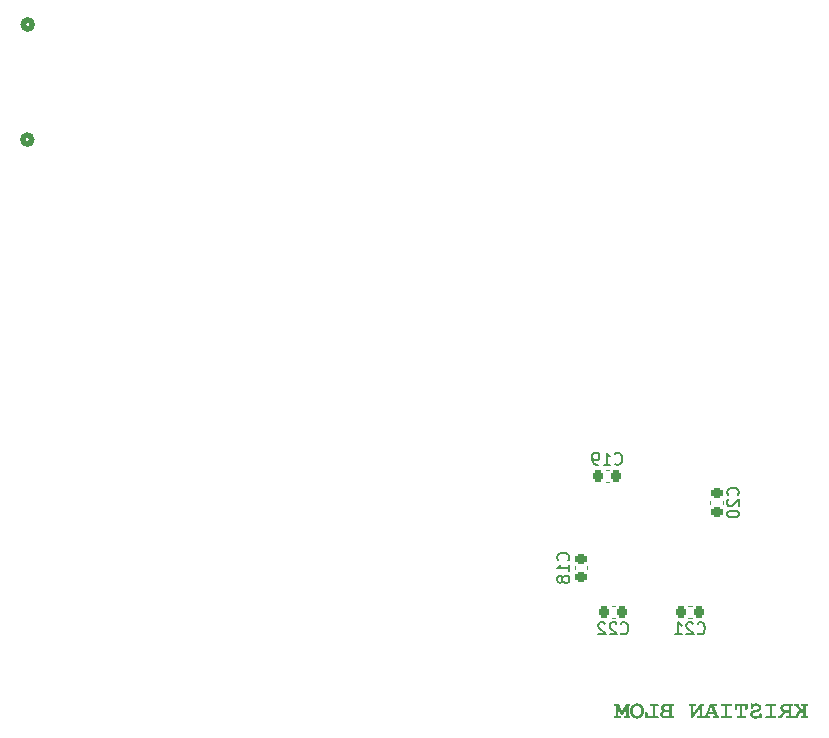
<source format=gbo>
G04 #@! TF.GenerationSoftware,KiCad,Pcbnew,7.0.8-7.0.8~ubuntu22.04.1*
G04 #@! TF.CreationDate,2024-01-26T15:53:44+01:00*
G04 #@! TF.ProjectId,shoulder,73686f75-6c64-4657-922e-6b696361645f,1.1*
G04 #@! TF.SameCoordinates,Original*
G04 #@! TF.FileFunction,Legend,Bot*
G04 #@! TF.FilePolarity,Positive*
%FSLAX46Y46*%
G04 Gerber Fmt 4.6, Leading zero omitted, Abs format (unit mm)*
G04 Created by KiCad (PCBNEW 7.0.8-7.0.8~ubuntu22.04.1) date 2024-01-26 15:53:44*
%MOMM*%
%LPD*%
G01*
G04 APERTURE LIST*
G04 Aperture macros list*
%AMRoundRect*
0 Rectangle with rounded corners*
0 $1 Rounding radius*
0 $2 $3 $4 $5 $6 $7 $8 $9 X,Y pos of 4 corners*
0 Add a 4 corners polygon primitive as box body*
4,1,4,$2,$3,$4,$5,$6,$7,$8,$9,$2,$3,0*
0 Add four circle primitives for the rounded corners*
1,1,$1+$1,$2,$3*
1,1,$1+$1,$4,$5*
1,1,$1+$1,$6,$7*
1,1,$1+$1,$8,$9*
0 Add four rect primitives between the rounded corners*
20,1,$1+$1,$2,$3,$4,$5,0*
20,1,$1+$1,$4,$5,$6,$7,0*
20,1,$1+$1,$6,$7,$8,$9,0*
20,1,$1+$1,$8,$9,$2,$3,0*%
G04 Aperture macros list end*
%ADD10C,0.300000*%
%ADD11C,0.150000*%
%ADD12C,0.508000*%
%ADD13C,0.120000*%
%ADD14C,1.600200*%
%ADD15R,2.000000X2.000000*%
%ADD16O,2.000000X2.000000*%
%ADD17R,2.400000X2.400000*%
%ADD18C,2.400000*%
%ADD19R,1.700000X1.700000*%
%ADD20O,1.700000X1.700000*%
%ADD21C,3.200000*%
%ADD22R,1.905000X2.000000*%
%ADD23O,1.905000X2.000000*%
%ADD24C,1.800000*%
%ADD25R,1.600000X1.600000*%
%ADD26C,1.600000*%
%ADD27O,1.900000X1.200000*%
%ADD28C,1.450000*%
%ADD29R,1.300000X1.300000*%
%ADD30C,1.300000*%
%ADD31C,1.524000*%
%ADD32C,0.965200*%
%ADD33R,2.600000X2.600000*%
%ADD34C,2.600000*%
%ADD35C,2.000000*%
%ADD36RoundRect,0.225000X0.250000X-0.225000X0.250000X0.225000X-0.250000X0.225000X-0.250000X-0.225000X0*%
%ADD37RoundRect,0.225000X0.225000X0.250000X-0.225000X0.250000X-0.225000X-0.250000X0.225000X-0.250000X0*%
%ADD38RoundRect,0.225000X-0.250000X0.225000X-0.250000X-0.225000X0.250000X-0.225000X0.250000X0.225000X0*%
%ADD39RoundRect,0.225000X-0.225000X-0.250000X0.225000X-0.250000X0.225000X0.250000X-0.225000X0.250000X0*%
G04 APERTURE END LIST*
D10*
G36*
X128766765Y-99764748D02*
G01*
X128749907Y-99765160D01*
X128734136Y-99766397D01*
X128719453Y-99768458D01*
X128699467Y-99773095D01*
X128681929Y-99779586D01*
X128666838Y-99787932D01*
X128654194Y-99798133D01*
X128643997Y-99810189D01*
X128636248Y-99824099D01*
X128630945Y-99839864D01*
X128628090Y-99857484D01*
X128627547Y-99870261D01*
X128628770Y-99889117D01*
X128632441Y-99906119D01*
X128638559Y-99921266D01*
X128647124Y-99934558D01*
X128658137Y-99945996D01*
X128671596Y-99955578D01*
X128687503Y-99963306D01*
X128705857Y-99969180D01*
X128726658Y-99973198D01*
X128741885Y-99974847D01*
X128758200Y-99975671D01*
X128766765Y-99975774D01*
X128840771Y-99975774D01*
X128840771Y-100290115D01*
X128464881Y-99967348D01*
X128480251Y-99960335D01*
X128493572Y-99951938D01*
X128504843Y-99942154D01*
X128516051Y-99927978D01*
X128524056Y-99911636D01*
X128528155Y-99897004D01*
X128530204Y-99880987D01*
X128530460Y-99872459D01*
X128529236Y-99853210D01*
X128525566Y-99835854D01*
X128519448Y-99820392D01*
X128510882Y-99806823D01*
X128499870Y-99795147D01*
X128486410Y-99785365D01*
X128470504Y-99777476D01*
X128452150Y-99771480D01*
X128431349Y-99767378D01*
X128416122Y-99765695D01*
X128399807Y-99764853D01*
X128391242Y-99764748D01*
X128180216Y-99764748D01*
X128163357Y-99765160D01*
X128147587Y-99766397D01*
X128132903Y-99768458D01*
X128112918Y-99773095D01*
X128095380Y-99779586D01*
X128080289Y-99787932D01*
X128067645Y-99798133D01*
X128057448Y-99810189D01*
X128049699Y-99824099D01*
X128044396Y-99839864D01*
X128041541Y-99857484D01*
X128040997Y-99870261D01*
X128042147Y-99889117D01*
X128045596Y-99906119D01*
X128051343Y-99921266D01*
X128059390Y-99934558D01*
X128069736Y-99945996D01*
X128082381Y-99955578D01*
X128097325Y-99963306D01*
X128114568Y-99969180D01*
X128134110Y-99973198D01*
X128155951Y-99975362D01*
X128171789Y-99975774D01*
X128542916Y-100298541D01*
X128517567Y-100313060D01*
X128505046Y-100321110D01*
X128492627Y-100329688D01*
X128480311Y-100338793D01*
X128468097Y-100348425D01*
X128455985Y-100358585D01*
X128443975Y-100369272D01*
X128432068Y-100380487D01*
X128420263Y-100392229D01*
X128408561Y-100404498D01*
X128396960Y-100417295D01*
X128385462Y-100430619D01*
X128374067Y-100444470D01*
X128362774Y-100458849D01*
X128351583Y-100473755D01*
X128340494Y-100489188D01*
X128329508Y-100505149D01*
X128318624Y-100521637D01*
X128307842Y-100538653D01*
X128297163Y-100556196D01*
X128286586Y-100574266D01*
X128276111Y-100592864D01*
X128265739Y-100611989D01*
X128255469Y-100631641D01*
X128245301Y-100651821D01*
X128235236Y-100672528D01*
X128225273Y-100693762D01*
X128215412Y-100715524D01*
X128205654Y-100737813D01*
X128195998Y-100760630D01*
X128186444Y-100783974D01*
X128119033Y-100783974D01*
X128102130Y-100784386D01*
X128086318Y-100785622D01*
X128071596Y-100787683D01*
X128051558Y-100792320D01*
X128033974Y-100798811D01*
X128018843Y-100807158D01*
X128006166Y-100817359D01*
X127995942Y-100829414D01*
X127988172Y-100843325D01*
X127982856Y-100859090D01*
X127979993Y-100876710D01*
X127979448Y-100889487D01*
X127980675Y-100908343D01*
X127984355Y-100925344D01*
X127990490Y-100940491D01*
X127999077Y-100953784D01*
X128010119Y-100965221D01*
X128023614Y-100974804D01*
X128039562Y-100982532D01*
X128057965Y-100988405D01*
X128078821Y-100992424D01*
X128094088Y-100994072D01*
X128110445Y-100994896D01*
X128119033Y-100995000D01*
X128350942Y-100995000D01*
X128355588Y-100980973D01*
X128365011Y-100953390D01*
X128374605Y-100926433D01*
X128384371Y-100900104D01*
X128394309Y-100874401D01*
X128404418Y-100849325D01*
X128414699Y-100824876D01*
X128425152Y-100801054D01*
X128435776Y-100777858D01*
X128446573Y-100755290D01*
X128457541Y-100733348D01*
X128468680Y-100712033D01*
X128479992Y-100691345D01*
X128491475Y-100671283D01*
X128503130Y-100651849D01*
X128514957Y-100633041D01*
X128520935Y-100623872D01*
X128532937Y-100606100D01*
X128544949Y-100589234D01*
X128556969Y-100573276D01*
X128568997Y-100558225D01*
X128581034Y-100544081D01*
X128593080Y-100530845D01*
X128605134Y-100518516D01*
X128617197Y-100507094D01*
X128629268Y-100496580D01*
X128641348Y-100486972D01*
X128653437Y-100478273D01*
X128671586Y-100466924D01*
X128689754Y-100457618D01*
X128707942Y-100450352D01*
X128714009Y-100448384D01*
X128840771Y-100556095D01*
X128840771Y-100783974D01*
X128766765Y-100783974D01*
X128749907Y-100784386D01*
X128734136Y-100785622D01*
X128719453Y-100787683D01*
X128699467Y-100792320D01*
X128681929Y-100798811D01*
X128666838Y-100807158D01*
X128654194Y-100817359D01*
X128643997Y-100829414D01*
X128636248Y-100843325D01*
X128630945Y-100859090D01*
X128628090Y-100876710D01*
X128627547Y-100889487D01*
X128628770Y-100908343D01*
X128632441Y-100925344D01*
X128638559Y-100940491D01*
X128647124Y-100953784D01*
X128658137Y-100965221D01*
X128671596Y-100974804D01*
X128687503Y-100982532D01*
X128705857Y-100988405D01*
X128726658Y-100992424D01*
X128741885Y-100994072D01*
X128758200Y-100994896D01*
X128766765Y-100995000D01*
X129083304Y-100995000D01*
X129100162Y-100994587D01*
X129115933Y-100993351D01*
X129130616Y-100991290D01*
X129150602Y-100986653D01*
X129168140Y-100980162D01*
X129183231Y-100971816D01*
X129195875Y-100961615D01*
X129206072Y-100949559D01*
X129213821Y-100935648D01*
X129219123Y-100919883D01*
X129221978Y-100902264D01*
X129222522Y-100889487D01*
X129221299Y-100870630D01*
X129217628Y-100853629D01*
X129211510Y-100838482D01*
X129202945Y-100825190D01*
X129191932Y-100813752D01*
X129178473Y-100804170D01*
X129162566Y-100796442D01*
X129144212Y-100790568D01*
X129123411Y-100786550D01*
X129108184Y-100784901D01*
X129091869Y-100784077D01*
X129083304Y-100783974D01*
X129051796Y-100783974D01*
X129051796Y-99975774D01*
X129083304Y-99975774D01*
X129100162Y-99975362D01*
X129115933Y-99974125D01*
X129130616Y-99972065D01*
X129150602Y-99967428D01*
X129168140Y-99960936D01*
X129183231Y-99952590D01*
X129195875Y-99942389D01*
X129206072Y-99930333D01*
X129213821Y-99916423D01*
X129219123Y-99900658D01*
X129221978Y-99883038D01*
X129222522Y-99870261D01*
X129221961Y-99855578D01*
X129219682Y-99838947D01*
X129215650Y-99824230D01*
X129208497Y-99809096D01*
X129198820Y-99796718D01*
X129186618Y-99787096D01*
X129172047Y-99779502D01*
X129158212Y-99774373D01*
X129142838Y-99770335D01*
X129125926Y-99767389D01*
X129111288Y-99765818D01*
X129095666Y-99764945D01*
X129083304Y-99764748D01*
X128766765Y-99764748D01*
G37*
G36*
X127858088Y-99764945D02*
G01*
X127873710Y-99765818D01*
X127888347Y-99767389D01*
X127905259Y-99770335D01*
X127920633Y-99774373D01*
X127934468Y-99779502D01*
X127949040Y-99787096D01*
X127961242Y-99796718D01*
X127970919Y-99809096D01*
X127978071Y-99824230D01*
X127982104Y-99838947D01*
X127984383Y-99855578D01*
X127984944Y-99870261D01*
X127984400Y-99883038D01*
X127981545Y-99900658D01*
X127976243Y-99916423D01*
X127968493Y-99930333D01*
X127958296Y-99942389D01*
X127945653Y-99952590D01*
X127930561Y-99960936D01*
X127913023Y-99967428D01*
X127893038Y-99972065D01*
X127878355Y-99974125D01*
X127862584Y-99975362D01*
X127845725Y-99975774D01*
X127813852Y-99975774D01*
X127813852Y-100783974D01*
X127845725Y-100783974D01*
X127854290Y-100784077D01*
X127870605Y-100784901D01*
X127885832Y-100786550D01*
X127906633Y-100790568D01*
X127924987Y-100796442D01*
X127940894Y-100804170D01*
X127954354Y-100813752D01*
X127965366Y-100825190D01*
X127973931Y-100838482D01*
X127980049Y-100853629D01*
X127983720Y-100870630D01*
X127984944Y-100889487D01*
X127984400Y-100902264D01*
X127981545Y-100919883D01*
X127976243Y-100935648D01*
X127968493Y-100949559D01*
X127958296Y-100961615D01*
X127945653Y-100971816D01*
X127930561Y-100980162D01*
X127913023Y-100986653D01*
X127893038Y-100991290D01*
X127878355Y-100993351D01*
X127862584Y-100994587D01*
X127845725Y-100995000D01*
X127529187Y-100995000D01*
X127520599Y-100994896D01*
X127504241Y-100994072D01*
X127488974Y-100992424D01*
X127468118Y-100988405D01*
X127449716Y-100982532D01*
X127433767Y-100974804D01*
X127420272Y-100965221D01*
X127409231Y-100953784D01*
X127400643Y-100940491D01*
X127394509Y-100925344D01*
X127390829Y-100908343D01*
X127389602Y-100889487D01*
X127390147Y-100876710D01*
X127393010Y-100859090D01*
X127398326Y-100843325D01*
X127406096Y-100829414D01*
X127416319Y-100817359D01*
X127428996Y-100807158D01*
X127444127Y-100798811D01*
X127461711Y-100792320D01*
X127481750Y-100787683D01*
X127496471Y-100785622D01*
X127512284Y-100784386D01*
X127529187Y-100783974D01*
X127602826Y-100783974D01*
X127602826Y-100526420D01*
X127400226Y-100526420D01*
X127391590Y-100529831D01*
X127377846Y-100536752D01*
X127363155Y-100545837D01*
X127347517Y-100557085D01*
X127330933Y-100570498D01*
X127319351Y-100580642D01*
X127307349Y-100591747D01*
X127294925Y-100603814D01*
X127282081Y-100616843D01*
X127268816Y-100630833D01*
X127255130Y-100645786D01*
X127241024Y-100661700D01*
X127226497Y-100678575D01*
X127211549Y-100696413D01*
X127196515Y-100714752D01*
X127181822Y-100733135D01*
X127167469Y-100751560D01*
X127153457Y-100770029D01*
X127139786Y-100788540D01*
X127126455Y-100807095D01*
X127113465Y-100825692D01*
X127100815Y-100844332D01*
X127088506Y-100863015D01*
X127076538Y-100881741D01*
X127064910Y-100900510D01*
X127053623Y-100919322D01*
X127042676Y-100938177D01*
X127032070Y-100957075D01*
X127021805Y-100976016D01*
X127011880Y-100995000D01*
X126845184Y-100995000D01*
X126836619Y-100994896D01*
X126820305Y-100994072D01*
X126805078Y-100992424D01*
X126784276Y-100988405D01*
X126765922Y-100982532D01*
X126750016Y-100974804D01*
X126736556Y-100965221D01*
X126725544Y-100953784D01*
X126716978Y-100940491D01*
X126710860Y-100925344D01*
X126707190Y-100908343D01*
X126705966Y-100889487D01*
X126706510Y-100876710D01*
X126709365Y-100859090D01*
X126714667Y-100843325D01*
X126722417Y-100829414D01*
X126732613Y-100817359D01*
X126745257Y-100807158D01*
X126760348Y-100798811D01*
X126777886Y-100792320D01*
X126797872Y-100787683D01*
X126812555Y-100785622D01*
X126828326Y-100784386D01*
X126845184Y-100783974D01*
X126872662Y-100783974D01*
X126880730Y-100771256D01*
X126888813Y-100758705D01*
X126896913Y-100746318D01*
X126905028Y-100734097D01*
X126921305Y-100710150D01*
X126937646Y-100686864D01*
X126954049Y-100664240D01*
X126970515Y-100642277D01*
X126987045Y-100620974D01*
X127003637Y-100600334D01*
X127020292Y-100580354D01*
X127037010Y-100561035D01*
X127053792Y-100542378D01*
X127070636Y-100524382D01*
X127087543Y-100507047D01*
X127104513Y-100490373D01*
X127121546Y-100474360D01*
X127138642Y-100459009D01*
X127124622Y-100451155D01*
X127111048Y-100443166D01*
X127097918Y-100435041D01*
X127085233Y-100426780D01*
X127061199Y-100409850D01*
X127038945Y-100392376D01*
X127018472Y-100374358D01*
X126999779Y-100355797D01*
X126982866Y-100336692D01*
X126967733Y-100317042D01*
X126954381Y-100296849D01*
X126942809Y-100276113D01*
X126933017Y-100254832D01*
X126925006Y-100233008D01*
X126918775Y-100210639D01*
X126914324Y-100187727D01*
X126911654Y-100164271D01*
X126910764Y-100140272D01*
X126910917Y-100134043D01*
X127134246Y-100134043D01*
X127134332Y-100138895D01*
X127136393Y-100157786D01*
X127141201Y-100175852D01*
X127148757Y-100193094D01*
X127159061Y-100209512D01*
X127168592Y-100221284D01*
X127179669Y-100232593D01*
X127192292Y-100243438D01*
X127206460Y-100253819D01*
X127222173Y-100263736D01*
X127233294Y-100269992D01*
X127250636Y-100278618D01*
X127268770Y-100286337D01*
X127287696Y-100293147D01*
X127307414Y-100299049D01*
X127327925Y-100304043D01*
X127349227Y-100308129D01*
X127363869Y-100310349D01*
X127378863Y-100312165D01*
X127394208Y-100313578D01*
X127409906Y-100314587D01*
X127425956Y-100315192D01*
X127442358Y-100315394D01*
X127602826Y-100315394D01*
X127602826Y-99975774D01*
X127366521Y-99975774D01*
X127354020Y-99975952D01*
X127335789Y-99976883D01*
X127318184Y-99978613D01*
X127301202Y-99981142D01*
X127284846Y-99984470D01*
X127269114Y-99988595D01*
X127254007Y-99993520D01*
X127239524Y-99999243D01*
X127225667Y-100005764D01*
X127212433Y-100013085D01*
X127199825Y-100021203D01*
X127184455Y-100032904D01*
X127171134Y-100045292D01*
X127159863Y-100058366D01*
X127150641Y-100072128D01*
X127143468Y-100086576D01*
X127138345Y-100101712D01*
X127135271Y-100117534D01*
X127134246Y-100134043D01*
X126910917Y-100134043D01*
X126911270Y-100119678D01*
X126912790Y-100099571D01*
X126915323Y-100079950D01*
X126918869Y-100060816D01*
X126923429Y-100042169D01*
X126929002Y-100024008D01*
X126935588Y-100006334D01*
X126943187Y-99989146D01*
X126951799Y-99972445D01*
X126961425Y-99956231D01*
X126972064Y-99940503D01*
X126983716Y-99925262D01*
X126996381Y-99910507D01*
X127010060Y-99896239D01*
X127024752Y-99882457D01*
X127040457Y-99869162D01*
X127056962Y-99856518D01*
X127074053Y-99844690D01*
X127091732Y-99833678D01*
X127109997Y-99823481D01*
X127128849Y-99814100D01*
X127148288Y-99805535D01*
X127168313Y-99797785D01*
X127188926Y-99790852D01*
X127210125Y-99784734D01*
X127231911Y-99779431D01*
X127254283Y-99774945D01*
X127277242Y-99771274D01*
X127300788Y-99768419D01*
X127324921Y-99766380D01*
X127349641Y-99765156D01*
X127374947Y-99764748D01*
X127845725Y-99764748D01*
X127858088Y-99764945D01*
G37*
G36*
X125780530Y-100783974D02*
G01*
X125764169Y-100784323D01*
X125748794Y-100785370D01*
X125730958Y-100787662D01*
X125714662Y-100791045D01*
X125699903Y-100795519D01*
X125684224Y-100802328D01*
X125677215Y-100806322D01*
X125665013Y-100815943D01*
X125655336Y-100828321D01*
X125648184Y-100843455D01*
X125644151Y-100858172D01*
X125641872Y-100874803D01*
X125641311Y-100889487D01*
X125642535Y-100908343D01*
X125646206Y-100925344D01*
X125652324Y-100940491D01*
X125660889Y-100953784D01*
X125671901Y-100965221D01*
X125685361Y-100974804D01*
X125701268Y-100982532D01*
X125719622Y-100988405D01*
X125740423Y-100992424D01*
X125755650Y-100994072D01*
X125771965Y-100994896D01*
X125780530Y-100995000D01*
X126418004Y-100995000D01*
X126434862Y-100994587D01*
X126450633Y-100993351D01*
X126465316Y-100991290D01*
X126485302Y-100986653D01*
X126502840Y-100980162D01*
X126517931Y-100971816D01*
X126530575Y-100961615D01*
X126540771Y-100949559D01*
X126548521Y-100935648D01*
X126553823Y-100919883D01*
X126556678Y-100902264D01*
X126557222Y-100889487D01*
X126556661Y-100874803D01*
X126554382Y-100858172D01*
X126550350Y-100843455D01*
X126543197Y-100828321D01*
X126533520Y-100815943D01*
X126521318Y-100806322D01*
X126506747Y-100798727D01*
X126492912Y-100793598D01*
X126477538Y-100789561D01*
X126460626Y-100786614D01*
X126445988Y-100785043D01*
X126430366Y-100784170D01*
X126418004Y-100783974D01*
X126204780Y-100783974D01*
X126204780Y-99975774D01*
X126418004Y-99975774D01*
X126434862Y-99975362D01*
X126450633Y-99974125D01*
X126465316Y-99972065D01*
X126485302Y-99967428D01*
X126502840Y-99960936D01*
X126517931Y-99952590D01*
X126530575Y-99942389D01*
X126540771Y-99930333D01*
X126548521Y-99916423D01*
X126553823Y-99900658D01*
X126556678Y-99883038D01*
X126557222Y-99870261D01*
X126556661Y-99855578D01*
X126554382Y-99838947D01*
X126550350Y-99824230D01*
X126543197Y-99809096D01*
X126533520Y-99796718D01*
X126521318Y-99787096D01*
X126506747Y-99779502D01*
X126492912Y-99774373D01*
X126477538Y-99770335D01*
X126460626Y-99767389D01*
X126445988Y-99765818D01*
X126430366Y-99764945D01*
X126418004Y-99764748D01*
X125780530Y-99764748D01*
X125764169Y-99765097D01*
X125748794Y-99766145D01*
X125730958Y-99768437D01*
X125714662Y-99771819D01*
X125699903Y-99776293D01*
X125684224Y-99783103D01*
X125677215Y-99787096D01*
X125665013Y-99796718D01*
X125655336Y-99809096D01*
X125648184Y-99824230D01*
X125644151Y-99838947D01*
X125641872Y-99855578D01*
X125641311Y-99870261D01*
X125642535Y-99889117D01*
X125646206Y-99906119D01*
X125652324Y-99921266D01*
X125660889Y-99934558D01*
X125671901Y-99945996D01*
X125685361Y-99955578D01*
X125701268Y-99963306D01*
X125719622Y-99969180D01*
X125740423Y-99973198D01*
X125755650Y-99974847D01*
X125771965Y-99975671D01*
X125780530Y-99975774D01*
X125993754Y-99975774D01*
X125993754Y-100783974D01*
X125780530Y-100783974D01*
G37*
G36*
X124485799Y-99735073D02*
G01*
X124470715Y-99735634D01*
X124453743Y-99737913D01*
X124438865Y-99741945D01*
X124423774Y-99749098D01*
X124411697Y-99758775D01*
X124402634Y-99770976D01*
X124395786Y-99785548D01*
X124390355Y-99802335D01*
X124386911Y-99818016D01*
X124384452Y-99835236D01*
X124383192Y-99850120D01*
X124382563Y-99865988D01*
X124382484Y-99874291D01*
X124382484Y-100060038D01*
X124382887Y-100077163D01*
X124384098Y-100093182D01*
X124386116Y-100108097D01*
X124390656Y-100128398D01*
X124397012Y-100146214D01*
X124405185Y-100161543D01*
X124415173Y-100174386D01*
X124426978Y-100184744D01*
X124440598Y-100192616D01*
X124456035Y-100198002D01*
X124473288Y-100200902D01*
X124485799Y-100201454D01*
X124500954Y-100200810D01*
X124515700Y-100198704D01*
X124516573Y-100198524D01*
X124531250Y-100193962D01*
X124539654Y-100190097D01*
X124551683Y-100181149D01*
X124557606Y-100175076D01*
X124567287Y-100163537D01*
X124570429Y-100159323D01*
X124576949Y-100145790D01*
X124578855Y-100140638D01*
X124583134Y-100126180D01*
X124583984Y-100122686D01*
X124587404Y-100107675D01*
X124588381Y-100103635D01*
X124591171Y-100089038D01*
X124591311Y-100087515D01*
X124595902Y-100072053D01*
X124602165Y-100057359D01*
X124610099Y-100043431D01*
X124619705Y-100030271D01*
X124630982Y-100017877D01*
X124643931Y-100006251D01*
X124658551Y-99995392D01*
X124674842Y-99985300D01*
X124687959Y-99978294D01*
X124701616Y-99971977D01*
X124715814Y-99966350D01*
X124730553Y-99961411D01*
X124745833Y-99957162D01*
X124761654Y-99953602D01*
X124778016Y-99950731D01*
X124794918Y-99948549D01*
X124812362Y-99947056D01*
X124830347Y-99946252D01*
X124842637Y-99946099D01*
X124860930Y-99946508D01*
X124878714Y-99947734D01*
X124895989Y-99949779D01*
X124912756Y-99952642D01*
X124929014Y-99956322D01*
X124944763Y-99960820D01*
X124960003Y-99966137D01*
X124974735Y-99972271D01*
X124988957Y-99979223D01*
X125002671Y-99986993D01*
X125011531Y-99992627D01*
X125023971Y-100001534D01*
X125038654Y-100013982D01*
X125051162Y-100027083D01*
X125061495Y-100040836D01*
X125069652Y-100055241D01*
X125075634Y-100070299D01*
X125079441Y-100086010D01*
X125081072Y-100102373D01*
X125081140Y-100106566D01*
X125080053Y-100124009D01*
X125076790Y-100140432D01*
X125071352Y-100155836D01*
X125063738Y-100170222D01*
X125053949Y-100183589D01*
X125041985Y-100195936D01*
X125027846Y-100207265D01*
X125011531Y-100217575D01*
X124998211Y-100224618D01*
X124984492Y-100231184D01*
X124970373Y-100237274D01*
X124955855Y-100242888D01*
X124940938Y-100248025D01*
X124925622Y-100252685D01*
X124909906Y-100256869D01*
X124893791Y-100260577D01*
X124877277Y-100263807D01*
X124860363Y-100266561D01*
X124848866Y-100268133D01*
X124831299Y-100270433D01*
X124813360Y-100273074D01*
X124795046Y-100276057D01*
X124776360Y-100279381D01*
X124757299Y-100283047D01*
X124737866Y-100287053D01*
X124718058Y-100291402D01*
X124697878Y-100296091D01*
X124677323Y-100301122D01*
X124656395Y-100306494D01*
X124642236Y-100310265D01*
X124621297Y-100316163D01*
X124601209Y-100322453D01*
X124581971Y-100329137D01*
X124563582Y-100336214D01*
X124546044Y-100343683D01*
X124529356Y-100351545D01*
X124513518Y-100359800D01*
X124498530Y-100368448D01*
X124484392Y-100377489D01*
X124471104Y-100386922D01*
X124462718Y-100393429D01*
X124447634Y-100406096D01*
X124433523Y-100419275D01*
X124420385Y-100432967D01*
X124408221Y-100447170D01*
X124397030Y-100461887D01*
X124386811Y-100477115D01*
X124377567Y-100492856D01*
X124369295Y-100509109D01*
X124361996Y-100525874D01*
X124355671Y-100543152D01*
X124350318Y-100560942D01*
X124345939Y-100579245D01*
X124342533Y-100598060D01*
X124340100Y-100617387D01*
X124338640Y-100637226D01*
X124338154Y-100657578D01*
X124338673Y-100677894D01*
X124340232Y-100697718D01*
X124342829Y-100717049D01*
X124346466Y-100735888D01*
X124351141Y-100754235D01*
X124356855Y-100772090D01*
X124363609Y-100789452D01*
X124371401Y-100806322D01*
X124380233Y-100822700D01*
X124390103Y-100838585D01*
X124401012Y-100853978D01*
X124412961Y-100868879D01*
X124425948Y-100883287D01*
X124439974Y-100897203D01*
X124455040Y-100910627D01*
X124471144Y-100923558D01*
X124488097Y-100935803D01*
X124505708Y-100947258D01*
X124523978Y-100957922D01*
X124542906Y-100967797D01*
X124562492Y-100976882D01*
X124582736Y-100985176D01*
X124603639Y-100992681D01*
X124625200Y-100999396D01*
X124647420Y-101005321D01*
X124670297Y-101010455D01*
X124693833Y-101014800D01*
X124718028Y-101018355D01*
X124742880Y-101021120D01*
X124768391Y-101023095D01*
X124794561Y-101024280D01*
X124821388Y-101024675D01*
X124843197Y-101024353D01*
X124864842Y-101023387D01*
X124886325Y-101021777D01*
X124907644Y-101019523D01*
X124928800Y-101016625D01*
X124949793Y-101013083D01*
X124970623Y-101008897D01*
X124991290Y-101004067D01*
X125011793Y-100998593D01*
X125032134Y-100992475D01*
X125052311Y-100985713D01*
X125072325Y-100978307D01*
X125092176Y-100970257D01*
X125111864Y-100961563D01*
X125131388Y-100952225D01*
X125150750Y-100942243D01*
X125161283Y-100954093D01*
X125171816Y-100964362D01*
X125184982Y-100974978D01*
X125198148Y-100983124D01*
X125213948Y-100989641D01*
X125229747Y-100992604D01*
X125235013Y-100992801D01*
X125254263Y-100991578D01*
X125271618Y-100987907D01*
X125287081Y-100981789D01*
X125300650Y-100973224D01*
X125312326Y-100962211D01*
X125322108Y-100948752D01*
X125329997Y-100932845D01*
X125335993Y-100914491D01*
X125340095Y-100893690D01*
X125341778Y-100878463D01*
X125342619Y-100862148D01*
X125342725Y-100853583D01*
X125342725Y-100714364D01*
X125342364Y-100697506D01*
X125341282Y-100681735D01*
X125339479Y-100667052D01*
X125336210Y-100650227D01*
X125331815Y-100635102D01*
X125325053Y-100619196D01*
X125319644Y-100609951D01*
X125309602Y-100598123D01*
X125297061Y-100588742D01*
X125282021Y-100581808D01*
X125267579Y-100577899D01*
X125251403Y-100575690D01*
X125237212Y-100575146D01*
X125222277Y-100575872D01*
X125207411Y-100578276D01*
X125202407Y-100579542D01*
X125187936Y-100584672D01*
X125176029Y-100591999D01*
X125164575Y-100601618D01*
X125158077Y-100607752D01*
X125149407Y-100619736D01*
X125145621Y-100627903D01*
X125139828Y-100641727D01*
X125137927Y-100646953D01*
X125133519Y-100661219D01*
X125132798Y-100663806D01*
X125129501Y-100676263D01*
X125124715Y-100690287D01*
X125117685Y-100703786D01*
X125108412Y-100716757D01*
X125096894Y-100729202D01*
X125083133Y-100741121D01*
X125067127Y-100752512D01*
X125053650Y-100760710D01*
X125038911Y-100768612D01*
X125028384Y-100773715D01*
X125011939Y-100780852D01*
X124995167Y-100787287D01*
X124978065Y-100793019D01*
X124960635Y-100798050D01*
X124942877Y-100802379D01*
X124924790Y-100806006D01*
X124906375Y-100808930D01*
X124887631Y-100811153D01*
X124868559Y-100812674D01*
X124849159Y-100813493D01*
X124836043Y-100813649D01*
X124814255Y-100813240D01*
X124793131Y-100812013D01*
X124772670Y-100809969D01*
X124752872Y-100807106D01*
X124733738Y-100803426D01*
X124715267Y-100798927D01*
X124697459Y-100793611D01*
X124680315Y-100787477D01*
X124663834Y-100780525D01*
X124648016Y-100772755D01*
X124637840Y-100767121D01*
X124623501Y-100758213D01*
X124610573Y-100748939D01*
X124599055Y-100739297D01*
X124585891Y-100725870D01*
X124575235Y-100711791D01*
X124567087Y-100697059D01*
X124561445Y-100681675D01*
X124558311Y-100665638D01*
X124557606Y-100653182D01*
X124558579Y-100637737D01*
X124561499Y-100623094D01*
X124566364Y-100609252D01*
X124573176Y-100596212D01*
X124581935Y-100583973D01*
X124592640Y-100572536D01*
X124605291Y-100561900D01*
X124619888Y-100552065D01*
X124635756Y-100542940D01*
X124652219Y-100534617D01*
X124669278Y-100527095D01*
X124686933Y-100520375D01*
X124705182Y-100514456D01*
X124724027Y-100509338D01*
X124738551Y-100506026D01*
X124753410Y-100503164D01*
X124763503Y-100501507D01*
X124778994Y-100498993D01*
X124794968Y-100496260D01*
X124811426Y-100493309D01*
X124828366Y-100490138D01*
X124845790Y-100486749D01*
X124863696Y-100483140D01*
X124882086Y-100479312D01*
X124900958Y-100475266D01*
X124920313Y-100471001D01*
X124940152Y-100466516D01*
X124953646Y-100463405D01*
X124973599Y-100458506D01*
X124992792Y-100453427D01*
X125011226Y-100448168D01*
X125028899Y-100442728D01*
X125045813Y-100437108D01*
X125061966Y-100431308D01*
X125077360Y-100425327D01*
X125091994Y-100419166D01*
X125105868Y-100412825D01*
X125123184Y-100404090D01*
X125127302Y-100401856D01*
X125142050Y-100392920D01*
X125156205Y-100383424D01*
X125169768Y-100373368D01*
X125182738Y-100362752D01*
X125195116Y-100351575D01*
X125206901Y-100339839D01*
X125218093Y-100327541D01*
X125228694Y-100314684D01*
X125238701Y-100301266D01*
X125248117Y-100287288D01*
X125254064Y-100277658D01*
X125262380Y-100262852D01*
X125269877Y-100247832D01*
X125276556Y-100232601D01*
X125282418Y-100217157D01*
X125287461Y-100201500D01*
X125291687Y-100185631D01*
X125295095Y-100169549D01*
X125297685Y-100153255D01*
X125299457Y-100136748D01*
X125300411Y-100120029D01*
X125300593Y-100108764D01*
X125300082Y-100088916D01*
X125298549Y-100069489D01*
X125295995Y-100050482D01*
X125292418Y-100031897D01*
X125287820Y-100013731D01*
X125282200Y-99995987D01*
X125275558Y-99978664D01*
X125267895Y-99961761D01*
X125259209Y-99945279D01*
X125249502Y-99929217D01*
X125238773Y-99913577D01*
X125227022Y-99898357D01*
X125214249Y-99883558D01*
X125200455Y-99869179D01*
X125185639Y-99855222D01*
X125169801Y-99841685D01*
X125153153Y-99828775D01*
X125135998Y-99816698D01*
X125118336Y-99805453D01*
X125100169Y-99795042D01*
X125081494Y-99785464D01*
X125062313Y-99776718D01*
X125042625Y-99768805D01*
X125022431Y-99761726D01*
X125001730Y-99755479D01*
X124980522Y-99750065D01*
X124958808Y-99745484D01*
X124936587Y-99741736D01*
X124913859Y-99738821D01*
X124890625Y-99736739D01*
X124866885Y-99735489D01*
X124842637Y-99735073D01*
X124822503Y-99735345D01*
X124802767Y-99736160D01*
X124783428Y-99737520D01*
X124764487Y-99739423D01*
X124745944Y-99741871D01*
X124727799Y-99744862D01*
X124710052Y-99748396D01*
X124692703Y-99752475D01*
X124675751Y-99757098D01*
X124659198Y-99762264D01*
X124643042Y-99767974D01*
X124627284Y-99774228D01*
X124611924Y-99781026D01*
X124596961Y-99788367D01*
X124582397Y-99796253D01*
X124568230Y-99804682D01*
X124561911Y-99790596D01*
X124554538Y-99776408D01*
X124546111Y-99763156D01*
X124535578Y-99751034D01*
X124534525Y-99750094D01*
X124521164Y-99741542D01*
X124505937Y-99736848D01*
X124489724Y-99735131D01*
X124485799Y-99735073D01*
G37*
G36*
X123339078Y-100783974D02*
G01*
X123322176Y-100784386D01*
X123306363Y-100785622D01*
X123291641Y-100787683D01*
X123271603Y-100792320D01*
X123254019Y-100798811D01*
X123238888Y-100807158D01*
X123226211Y-100817359D01*
X123215987Y-100829414D01*
X123208218Y-100843325D01*
X123202901Y-100859090D01*
X123200039Y-100876710D01*
X123199494Y-100889487D01*
X123200720Y-100908343D01*
X123204401Y-100925344D01*
X123210535Y-100940491D01*
X123219123Y-100953784D01*
X123230164Y-100965221D01*
X123243659Y-100974804D01*
X123259608Y-100982532D01*
X123278010Y-100988405D01*
X123298866Y-100992424D01*
X123314133Y-100994072D01*
X123330491Y-100994896D01*
X123339078Y-100995000D01*
X123826343Y-100995000D01*
X123843201Y-100994587D01*
X123858972Y-100993351D01*
X123873655Y-100991290D01*
X123893641Y-100986653D01*
X123911179Y-100980162D01*
X123926270Y-100971816D01*
X123938914Y-100961615D01*
X123949111Y-100949559D01*
X123956860Y-100935648D01*
X123962162Y-100919883D01*
X123965017Y-100902264D01*
X123965561Y-100889487D01*
X123965000Y-100874803D01*
X123962721Y-100858172D01*
X123958689Y-100843455D01*
X123951536Y-100828321D01*
X123941859Y-100815943D01*
X123929658Y-100806322D01*
X123915086Y-100798727D01*
X123901251Y-100793598D01*
X123885877Y-100789561D01*
X123868965Y-100786614D01*
X123854327Y-100785043D01*
X123838705Y-100784170D01*
X123826343Y-100783974D01*
X123689323Y-100783974D01*
X123689323Y-99975774D01*
X123915003Y-99975774D01*
X123915003Y-100172145D01*
X123915415Y-100189004D01*
X123916652Y-100204775D01*
X123918712Y-100219458D01*
X123923349Y-100239443D01*
X123929841Y-100256982D01*
X123938187Y-100272073D01*
X123948388Y-100284716D01*
X123960444Y-100294913D01*
X123974354Y-100302663D01*
X123990119Y-100307965D01*
X124007739Y-100310820D01*
X124020516Y-100311364D01*
X124039372Y-100310140D01*
X124056374Y-100306469D01*
X124071521Y-100300351D01*
X124084813Y-100291786D01*
X124096250Y-100280774D01*
X124105833Y-100267314D01*
X124113561Y-100251407D01*
X124119434Y-100233053D01*
X124123453Y-100212252D01*
X124125101Y-100197025D01*
X124125926Y-100180711D01*
X124126029Y-100172145D01*
X124126029Y-99764748D01*
X123037194Y-99764748D01*
X123037194Y-100172145D01*
X123037543Y-100188506D01*
X123038591Y-100203882D01*
X123040883Y-100221717D01*
X123044265Y-100238014D01*
X123048739Y-100252772D01*
X123055549Y-100268451D01*
X123059542Y-100275460D01*
X123069164Y-100287662D01*
X123081541Y-100297339D01*
X123096675Y-100304492D01*
X123111393Y-100308524D01*
X123128024Y-100310803D01*
X123142707Y-100311364D01*
X123161563Y-100310140D01*
X123178565Y-100306469D01*
X123193712Y-100300351D01*
X123207004Y-100291786D01*
X123218441Y-100280774D01*
X123228024Y-100267314D01*
X123235752Y-100251407D01*
X123241625Y-100233053D01*
X123245644Y-100212252D01*
X123247293Y-100197025D01*
X123248117Y-100180711D01*
X123248220Y-100172145D01*
X123248220Y-99975774D01*
X123478297Y-99975774D01*
X123478297Y-100783974D01*
X123339078Y-100783974D01*
G37*
G36*
X122004047Y-100783974D02*
G01*
X121987686Y-100784323D01*
X121972311Y-100785370D01*
X121954475Y-100787662D01*
X121938179Y-100791045D01*
X121923420Y-100795519D01*
X121907741Y-100802328D01*
X121900732Y-100806322D01*
X121888531Y-100815943D01*
X121878853Y-100828321D01*
X121871701Y-100843455D01*
X121867669Y-100858172D01*
X121865390Y-100874803D01*
X121864829Y-100889487D01*
X121866052Y-100908343D01*
X121869723Y-100925344D01*
X121875841Y-100940491D01*
X121884406Y-100953784D01*
X121895419Y-100965221D01*
X121908878Y-100974804D01*
X121924785Y-100982532D01*
X121943139Y-100988405D01*
X121963940Y-100992424D01*
X121979167Y-100994072D01*
X121995482Y-100994896D01*
X122004047Y-100995000D01*
X122641521Y-100995000D01*
X122658379Y-100994587D01*
X122674150Y-100993351D01*
X122688833Y-100991290D01*
X122708819Y-100986653D01*
X122726357Y-100980162D01*
X122741448Y-100971816D01*
X122754092Y-100961615D01*
X122764289Y-100949559D01*
X122772038Y-100935648D01*
X122777340Y-100919883D01*
X122780195Y-100902264D01*
X122780739Y-100889487D01*
X122780178Y-100874803D01*
X122777899Y-100858172D01*
X122773867Y-100843455D01*
X122766714Y-100828321D01*
X122757037Y-100815943D01*
X122744836Y-100806322D01*
X122730264Y-100798727D01*
X122716429Y-100793598D01*
X122701055Y-100789561D01*
X122684143Y-100786614D01*
X122669505Y-100785043D01*
X122653883Y-100784170D01*
X122641521Y-100783974D01*
X122428297Y-100783974D01*
X122428297Y-99975774D01*
X122641521Y-99975774D01*
X122658379Y-99975362D01*
X122674150Y-99974125D01*
X122688833Y-99972065D01*
X122708819Y-99967428D01*
X122726357Y-99960936D01*
X122741448Y-99952590D01*
X122754092Y-99942389D01*
X122764289Y-99930333D01*
X122772038Y-99916423D01*
X122777340Y-99900658D01*
X122780195Y-99883038D01*
X122780739Y-99870261D01*
X122780178Y-99855578D01*
X122777899Y-99838947D01*
X122773867Y-99824230D01*
X122766714Y-99809096D01*
X122757037Y-99796718D01*
X122744836Y-99787096D01*
X122730264Y-99779502D01*
X122716429Y-99774373D01*
X122701055Y-99770335D01*
X122684143Y-99767389D01*
X122669505Y-99765818D01*
X122653883Y-99764945D01*
X122641521Y-99764748D01*
X122004047Y-99764748D01*
X121987686Y-99765097D01*
X121972311Y-99766145D01*
X121954475Y-99768437D01*
X121938179Y-99771819D01*
X121923420Y-99776293D01*
X121907741Y-99783103D01*
X121900732Y-99787096D01*
X121888531Y-99796718D01*
X121878853Y-99809096D01*
X121871701Y-99824230D01*
X121867669Y-99838947D01*
X121865390Y-99855578D01*
X121864829Y-99870261D01*
X121866052Y-99889117D01*
X121869723Y-99906119D01*
X121875841Y-99921266D01*
X121884406Y-99934558D01*
X121895419Y-99945996D01*
X121908878Y-99955578D01*
X121924785Y-99963306D01*
X121943139Y-99969180D01*
X121963940Y-99973198D01*
X121979167Y-99974847D01*
X121995482Y-99975671D01*
X122004047Y-99975774D01*
X122217271Y-99975774D01*
X122217271Y-100783974D01*
X122004047Y-100783974D01*
G37*
G36*
X121418146Y-99764935D02*
G01*
X121433811Y-99765765D01*
X121448526Y-99767259D01*
X121465583Y-99770061D01*
X121481155Y-99773900D01*
X121495243Y-99778776D01*
X121510188Y-99785997D01*
X121522763Y-99795323D01*
X121532736Y-99807636D01*
X121540108Y-99822937D01*
X121544264Y-99837971D01*
X121546613Y-99855080D01*
X121547191Y-99870261D01*
X121546638Y-99883038D01*
X121543738Y-99900658D01*
X121538352Y-99916423D01*
X121530480Y-99930333D01*
X121520123Y-99942389D01*
X121507279Y-99952590D01*
X121491950Y-99960936D01*
X121474135Y-99967428D01*
X121453834Y-99972065D01*
X121438919Y-99974125D01*
X121422899Y-99975362D01*
X121405774Y-99975774D01*
X121272784Y-99975774D01*
X121599947Y-100783974D01*
X121612319Y-100784160D01*
X121627984Y-100784990D01*
X121642699Y-100786485D01*
X121659756Y-100789286D01*
X121675328Y-100793125D01*
X121689416Y-100798001D01*
X121704361Y-100805223D01*
X121716936Y-100814548D01*
X121726910Y-100826861D01*
X121734281Y-100842163D01*
X121738437Y-100857196D01*
X121740786Y-100874305D01*
X121741364Y-100889487D01*
X121740820Y-100902264D01*
X121737965Y-100919883D01*
X121732663Y-100935648D01*
X121724913Y-100949559D01*
X121714716Y-100961615D01*
X121702073Y-100971816D01*
X121686982Y-100980162D01*
X121669443Y-100986653D01*
X121649458Y-100991290D01*
X121634775Y-100993351D01*
X121619004Y-100994587D01*
X121602145Y-100995000D01*
X121321510Y-100995000D01*
X121312945Y-100994896D01*
X121296630Y-100994072D01*
X121281403Y-100992424D01*
X121260602Y-100988405D01*
X121242248Y-100982532D01*
X121226341Y-100974804D01*
X121212882Y-100965221D01*
X121201869Y-100953784D01*
X121193304Y-100940491D01*
X121187186Y-100925344D01*
X121183515Y-100908343D01*
X121182292Y-100889487D01*
X121182836Y-100876710D01*
X121185691Y-100859090D01*
X121190993Y-100843325D01*
X121198743Y-100829414D01*
X121208939Y-100817359D01*
X121221583Y-100807158D01*
X121236674Y-100798811D01*
X121254212Y-100792320D01*
X121274198Y-100787683D01*
X121288881Y-100785622D01*
X121304652Y-100784386D01*
X121321510Y-100783974D01*
X121369870Y-100783974D01*
X121321510Y-100661608D01*
X120819225Y-100661608D01*
X120770498Y-100783974D01*
X120819225Y-100783974D01*
X120831588Y-100784170D01*
X120847210Y-100785043D01*
X120861847Y-100786614D01*
X120878759Y-100789561D01*
X120894133Y-100793598D01*
X120907968Y-100798727D01*
X120922540Y-100806322D01*
X120934741Y-100815943D01*
X120944418Y-100828321D01*
X120951571Y-100843455D01*
X120955603Y-100858172D01*
X120957882Y-100874803D01*
X120958443Y-100889487D01*
X120957900Y-100902264D01*
X120955044Y-100919883D01*
X120949742Y-100935648D01*
X120941993Y-100949559D01*
X120931796Y-100961615D01*
X120919152Y-100971816D01*
X120904061Y-100980162D01*
X120886523Y-100986653D01*
X120866537Y-100991290D01*
X120851854Y-100993351D01*
X120836083Y-100994587D01*
X120819225Y-100995000D01*
X120525767Y-100995000D01*
X120517202Y-100994896D01*
X120500887Y-100994072D01*
X120485660Y-100992424D01*
X120464859Y-100988405D01*
X120446505Y-100982532D01*
X120430598Y-100974804D01*
X120417139Y-100965221D01*
X120406126Y-100953784D01*
X120397561Y-100940491D01*
X120391443Y-100925344D01*
X120387772Y-100908343D01*
X120386549Y-100889487D01*
X120387110Y-100876710D01*
X120390055Y-100859090D01*
X120395525Y-100843325D01*
X120403519Y-100829414D01*
X120414037Y-100817359D01*
X120427081Y-100807158D01*
X120442648Y-100798811D01*
X120460740Y-100792320D01*
X120481357Y-100787683D01*
X120496504Y-100785622D01*
X120512773Y-100784386D01*
X120530163Y-100783974D01*
X120667499Y-100450582D01*
X120905687Y-100450582D01*
X121236880Y-100450582D01*
X121070184Y-100045383D01*
X120905687Y-100450582D01*
X120667499Y-100450582D01*
X120950017Y-99764748D01*
X121405774Y-99764748D01*
X121418146Y-99764935D01*
G37*
G36*
X119328122Y-99764748D02*
G01*
X119311264Y-99765160D01*
X119295493Y-99766397D01*
X119280810Y-99768458D01*
X119260824Y-99773095D01*
X119243286Y-99779586D01*
X119228195Y-99787932D01*
X119215551Y-99798133D01*
X119205355Y-99810189D01*
X119197605Y-99824099D01*
X119192303Y-99839864D01*
X119189448Y-99857484D01*
X119188904Y-99870261D01*
X119190034Y-99889117D01*
X119193425Y-99906119D01*
X119199076Y-99921266D01*
X119206987Y-99934558D01*
X119217159Y-99945996D01*
X119229592Y-99955578D01*
X119244285Y-99963306D01*
X119261238Y-99969180D01*
X119280452Y-99973198D01*
X119301926Y-99975362D01*
X119317498Y-99975774D01*
X119317498Y-100995000D01*
X119526692Y-100995000D01*
X120073307Y-100163719D01*
X120073307Y-100783974D01*
X119999302Y-100783974D01*
X119982941Y-100784323D01*
X119967565Y-100785370D01*
X119949730Y-100787662D01*
X119933433Y-100791045D01*
X119918675Y-100795519D01*
X119902996Y-100802328D01*
X119895987Y-100806322D01*
X119883785Y-100815943D01*
X119874108Y-100828321D01*
X119866955Y-100843455D01*
X119862923Y-100858172D01*
X119860644Y-100874803D01*
X119860083Y-100889487D01*
X119861307Y-100908343D01*
X119864978Y-100925344D01*
X119871096Y-100940491D01*
X119879661Y-100953784D01*
X119890673Y-100965221D01*
X119904133Y-100974804D01*
X119920040Y-100982532D01*
X119938394Y-100988405D01*
X119959195Y-100992424D01*
X119974422Y-100994072D01*
X119990736Y-100994896D01*
X119999302Y-100995000D01*
X120271510Y-100995000D01*
X120288635Y-100994587D01*
X120304655Y-100993351D01*
X120319570Y-100991290D01*
X120339871Y-100986653D01*
X120357686Y-100980162D01*
X120373015Y-100971816D01*
X120385859Y-100961615D01*
X120396217Y-100949559D01*
X120404088Y-100935648D01*
X120409474Y-100919883D01*
X120412375Y-100902264D01*
X120412927Y-100889487D01*
X120411797Y-100870630D01*
X120408406Y-100853629D01*
X120402755Y-100838482D01*
X120394843Y-100825190D01*
X120384671Y-100813752D01*
X120372239Y-100804170D01*
X120357546Y-100796442D01*
X120340593Y-100790568D01*
X120321379Y-100786550D01*
X120299905Y-100784386D01*
X120284333Y-100783974D01*
X120284333Y-99975774D01*
X120315840Y-99975774D01*
X120332699Y-99975362D01*
X120348470Y-99974125D01*
X120363153Y-99972065D01*
X120383138Y-99967428D01*
X120400677Y-99960936D01*
X120415768Y-99952590D01*
X120428412Y-99942389D01*
X120438608Y-99930333D01*
X120446358Y-99916423D01*
X120451660Y-99900658D01*
X120454515Y-99883038D01*
X120455059Y-99870261D01*
X120454498Y-99855578D01*
X120452219Y-99838947D01*
X120448187Y-99824230D01*
X120441034Y-99809096D01*
X120431357Y-99796718D01*
X120419155Y-99787096D01*
X120404584Y-99779502D01*
X120390748Y-99774373D01*
X120375375Y-99770335D01*
X120358462Y-99767389D01*
X120343825Y-99765818D01*
X120328203Y-99764945D01*
X120315840Y-99764748D01*
X120073307Y-99764748D01*
X119528524Y-100591999D01*
X119528524Y-99975774D01*
X119602529Y-99975774D01*
X119619388Y-99975362D01*
X119635158Y-99974125D01*
X119649842Y-99972065D01*
X119669827Y-99967428D01*
X119687365Y-99960936D01*
X119702456Y-99952590D01*
X119715100Y-99942389D01*
X119725297Y-99930333D01*
X119733046Y-99916423D01*
X119738349Y-99900658D01*
X119741204Y-99883038D01*
X119741748Y-99870261D01*
X119741187Y-99855578D01*
X119738908Y-99838947D01*
X119734875Y-99824230D01*
X119727723Y-99809096D01*
X119718046Y-99796718D01*
X119705844Y-99787096D01*
X119691272Y-99779502D01*
X119677437Y-99774373D01*
X119662063Y-99770335D01*
X119645151Y-99767389D01*
X119630514Y-99765818D01*
X119614892Y-99764945D01*
X119602529Y-99764748D01*
X119328122Y-99764748D01*
G37*
G36*
X117761941Y-99764836D02*
G01*
X117777443Y-99765534D01*
X117795564Y-99767389D01*
X117812290Y-99770335D01*
X117827621Y-99774373D01*
X117841556Y-99779502D01*
X117856437Y-99787096D01*
X117868888Y-99796718D01*
X117878762Y-99809096D01*
X117886061Y-99824230D01*
X117890175Y-99838947D01*
X117892501Y-99855578D01*
X117893073Y-99870261D01*
X117892530Y-99883038D01*
X117889675Y-99900658D01*
X117884372Y-99916423D01*
X117876623Y-99930333D01*
X117866426Y-99942389D01*
X117853782Y-99952590D01*
X117838691Y-99960936D01*
X117821153Y-99967428D01*
X117801168Y-99972065D01*
X117786484Y-99974125D01*
X117770714Y-99975362D01*
X117753855Y-99975774D01*
X117722348Y-99975774D01*
X117722348Y-100783974D01*
X117753855Y-100783974D01*
X117762420Y-100784077D01*
X117778735Y-100784901D01*
X117793962Y-100786550D01*
X117814763Y-100790568D01*
X117833117Y-100796442D01*
X117849024Y-100804170D01*
X117862483Y-100813752D01*
X117873496Y-100825190D01*
X117882061Y-100838482D01*
X117888179Y-100853629D01*
X117891850Y-100870630D01*
X117893073Y-100889487D01*
X117892530Y-100902264D01*
X117889675Y-100919883D01*
X117884372Y-100935648D01*
X117876623Y-100949559D01*
X117866426Y-100961615D01*
X117853782Y-100971816D01*
X117838691Y-100980162D01*
X117821153Y-100986653D01*
X117801168Y-100991290D01*
X117786484Y-100993351D01*
X117770714Y-100994587D01*
X117753855Y-100995000D01*
X117131402Y-100995000D01*
X117108198Y-100994637D01*
X117085572Y-100993551D01*
X117063525Y-100991741D01*
X117042055Y-100989206D01*
X117021164Y-100985948D01*
X117000851Y-100981965D01*
X116981116Y-100977258D01*
X116961959Y-100971827D01*
X116943380Y-100965672D01*
X116925379Y-100958792D01*
X116907957Y-100951189D01*
X116891113Y-100942861D01*
X116874847Y-100933810D01*
X116859159Y-100924034D01*
X116844049Y-100913534D01*
X116829518Y-100902309D01*
X116815721Y-100890447D01*
X116802813Y-100878124D01*
X116790796Y-100865339D01*
X116779670Y-100852095D01*
X116769433Y-100838389D01*
X116760086Y-100824222D01*
X116751630Y-100809595D01*
X116744064Y-100794507D01*
X116737387Y-100778958D01*
X116731601Y-100762948D01*
X116726706Y-100746477D01*
X116722700Y-100729546D01*
X116719584Y-100712153D01*
X116717359Y-100694300D01*
X116716024Y-100675986D01*
X116715883Y-100670034D01*
X116926605Y-100670034D01*
X116927446Y-100683832D01*
X116931864Y-100702859D01*
X116940068Y-100719883D01*
X116952060Y-100734904D01*
X116967838Y-100747923D01*
X116980460Y-100755489D01*
X116994765Y-100762165D01*
X117010754Y-100767951D01*
X117028425Y-100772847D01*
X117047780Y-100776852D01*
X117068817Y-100779968D01*
X117091537Y-100782193D01*
X117115940Y-100783529D01*
X117142027Y-100783974D01*
X117511322Y-100783974D01*
X117511322Y-100484288D01*
X117226290Y-100484288D01*
X117217893Y-100484337D01*
X117201410Y-100484735D01*
X117185341Y-100485531D01*
X117169688Y-100486725D01*
X117154449Y-100488316D01*
X117139626Y-100490305D01*
X117118169Y-100494035D01*
X117097645Y-100498660D01*
X117078056Y-100504180D01*
X117059400Y-100510595D01*
X117041679Y-100517906D01*
X117024891Y-100526112D01*
X117009036Y-100535212D01*
X117003965Y-100538405D01*
X116989716Y-100548379D01*
X116976917Y-100558944D01*
X116965567Y-100570103D01*
X116955665Y-100581854D01*
X116947213Y-100594197D01*
X116940209Y-100607133D01*
X116933125Y-100625302D01*
X116929503Y-100639620D01*
X116927329Y-100654531D01*
X116926605Y-100670034D01*
X116715883Y-100670034D01*
X116715579Y-100657212D01*
X116715797Y-100645156D01*
X116717546Y-100621529D01*
X116721044Y-100598545D01*
X116726290Y-100576205D01*
X116733285Y-100554510D01*
X116742030Y-100533458D01*
X116752522Y-100513051D01*
X116764764Y-100493287D01*
X116778755Y-100474167D01*
X116794494Y-100455692D01*
X116811982Y-100437860D01*
X116831219Y-100420672D01*
X116852205Y-100404129D01*
X116874940Y-100388229D01*
X116899423Y-100372973D01*
X116912321Y-100365587D01*
X116925655Y-100358362D01*
X116939427Y-100351297D01*
X116923323Y-100338259D01*
X116908258Y-100324971D01*
X116894231Y-100311434D01*
X116881244Y-100297648D01*
X116869296Y-100283613D01*
X116858386Y-100269329D01*
X116848516Y-100254796D01*
X116839685Y-100240014D01*
X116831892Y-100224983D01*
X116825139Y-100209703D01*
X116819424Y-100194174D01*
X116814749Y-100178396D01*
X116811112Y-100162369D01*
X116808515Y-100146093D01*
X116806957Y-100129568D01*
X116806437Y-100112794D01*
X116806482Y-100110963D01*
X117017463Y-100110963D01*
X117017532Y-100115402D01*
X117019189Y-100132653D01*
X117023056Y-100149091D01*
X117029132Y-100164715D01*
X117037419Y-100179527D01*
X117047914Y-100193526D01*
X117060620Y-100206713D01*
X117075535Y-100219086D01*
X117088171Y-100227833D01*
X117097179Y-100233334D01*
X117111323Y-100240920D01*
X117126227Y-100247708D01*
X117141891Y-100253697D01*
X117158316Y-100258888D01*
X117175500Y-100263280D01*
X117193444Y-100266873D01*
X117212148Y-100269668D01*
X117231611Y-100271665D01*
X117251835Y-100272863D01*
X117272819Y-100273262D01*
X117511322Y-100273262D01*
X117511322Y-99975774D01*
X117230321Y-99975774D01*
X117224179Y-99975809D01*
X117206249Y-99976335D01*
X117189060Y-99977492D01*
X117172611Y-99979280D01*
X117156903Y-99981700D01*
X117141935Y-99984750D01*
X117123130Y-99989799D01*
X117105642Y-99995970D01*
X117089471Y-100003263D01*
X117074616Y-100011678D01*
X117071099Y-100013949D01*
X117058151Y-100023569D01*
X117046988Y-100034047D01*
X117035546Y-100048353D01*
X117026895Y-100064000D01*
X117021035Y-100080989D01*
X117018356Y-100095547D01*
X117017463Y-100110963D01*
X116806482Y-100110963D01*
X116806895Y-100094263D01*
X116808269Y-100076129D01*
X116810559Y-100058394D01*
X116813764Y-100041056D01*
X116817886Y-100024116D01*
X116822923Y-100007573D01*
X116828877Y-99991429D01*
X116835746Y-99975683D01*
X116843531Y-99960334D01*
X116852233Y-99945383D01*
X116861850Y-99930830D01*
X116872383Y-99916675D01*
X116883831Y-99902918D01*
X116896196Y-99889558D01*
X116909477Y-99876597D01*
X116923674Y-99864033D01*
X116938527Y-99852010D01*
X116953870Y-99840763D01*
X116969702Y-99830292D01*
X116986024Y-99820596D01*
X117002835Y-99811676D01*
X117020136Y-99803531D01*
X117037926Y-99796163D01*
X117056206Y-99789569D01*
X117074975Y-99783752D01*
X117094233Y-99778710D01*
X117113981Y-99774444D01*
X117134219Y-99770954D01*
X117154945Y-99768239D01*
X117176162Y-99766300D01*
X117197867Y-99765136D01*
X117220062Y-99764748D01*
X117753855Y-99764748D01*
X117761941Y-99764836D01*
G37*
G36*
X115562264Y-100448384D02*
G01*
X115547581Y-100448945D01*
X115530949Y-100451224D01*
X115516232Y-100455256D01*
X115501098Y-100462409D01*
X115488721Y-100472086D01*
X115479099Y-100484288D01*
X115471504Y-100498937D01*
X115466376Y-100512954D01*
X115462338Y-100528618D01*
X115459392Y-100545927D01*
X115457820Y-100560959D01*
X115456947Y-100577045D01*
X115456751Y-100589801D01*
X115456751Y-100995000D01*
X116452896Y-100995000D01*
X116469754Y-100994587D01*
X116485525Y-100993351D01*
X116500208Y-100991290D01*
X116520193Y-100986653D01*
X116537732Y-100980162D01*
X116552823Y-100971816D01*
X116565467Y-100961615D01*
X116575663Y-100949559D01*
X116583413Y-100935648D01*
X116588715Y-100919883D01*
X116591570Y-100902264D01*
X116592114Y-100889487D01*
X116591553Y-100874803D01*
X116589274Y-100858172D01*
X116585242Y-100843455D01*
X116578089Y-100828321D01*
X116568412Y-100815943D01*
X116556210Y-100806322D01*
X116541639Y-100798727D01*
X116527803Y-100793598D01*
X116512430Y-100789561D01*
X116495518Y-100786614D01*
X116480880Y-100785043D01*
X116465258Y-100784170D01*
X116452896Y-100783974D01*
X116332362Y-100783974D01*
X116332362Y-99975774D01*
X116452896Y-99975774D01*
X116469754Y-99975362D01*
X116485525Y-99974125D01*
X116500208Y-99972065D01*
X116520193Y-99967428D01*
X116537732Y-99960936D01*
X116552823Y-99952590D01*
X116565467Y-99942389D01*
X116575663Y-99930333D01*
X116583413Y-99916423D01*
X116588715Y-99900658D01*
X116591570Y-99883038D01*
X116592114Y-99870261D01*
X116591553Y-99855578D01*
X116589274Y-99838947D01*
X116585242Y-99824230D01*
X116578089Y-99809096D01*
X116568412Y-99796718D01*
X116556210Y-99787096D01*
X116541639Y-99779502D01*
X116527803Y-99774373D01*
X116512430Y-99770335D01*
X116495518Y-99767389D01*
X116480880Y-99765818D01*
X116465258Y-99764945D01*
X116452896Y-99764748D01*
X116001168Y-99764748D01*
X115984310Y-99765160D01*
X115968539Y-99766397D01*
X115953856Y-99768458D01*
X115933870Y-99773095D01*
X115916332Y-99779586D01*
X115901241Y-99787932D01*
X115888597Y-99798133D01*
X115878401Y-99810189D01*
X115870651Y-99824099D01*
X115865349Y-99839864D01*
X115862494Y-99857484D01*
X115861950Y-99870261D01*
X115863174Y-99889117D01*
X115866844Y-99906119D01*
X115872962Y-99921266D01*
X115881528Y-99934558D01*
X115892540Y-99945996D01*
X115906000Y-99955578D01*
X115921906Y-99963306D01*
X115940260Y-99969180D01*
X115961062Y-99973198D01*
X115976289Y-99974847D01*
X115992603Y-99975671D01*
X116001168Y-99975774D01*
X116121336Y-99975774D01*
X116121336Y-100783974D01*
X115667777Y-100783974D01*
X115667777Y-100589801D01*
X115667365Y-100572676D01*
X115666128Y-100556656D01*
X115664067Y-100541741D01*
X115659431Y-100521440D01*
X115652939Y-100503625D01*
X115644593Y-100488296D01*
X115634392Y-100475452D01*
X115622336Y-100465094D01*
X115608426Y-100457223D01*
X115592661Y-100451837D01*
X115575041Y-100448936D01*
X115562264Y-100448384D01*
G37*
G36*
X114784909Y-99735257D02*
G01*
X114799864Y-99735811D01*
X114814684Y-99736734D01*
X114829369Y-99738027D01*
X114858334Y-99741719D01*
X114886757Y-99746888D01*
X114914639Y-99753534D01*
X114941981Y-99761657D01*
X114968781Y-99771257D01*
X114995040Y-99782334D01*
X115020759Y-99794887D01*
X115045937Y-99808918D01*
X115070573Y-99824426D01*
X115082688Y-99832733D01*
X115094669Y-99841410D01*
X115106514Y-99850456D01*
X115118223Y-99859871D01*
X115129798Y-99869656D01*
X115141237Y-99879810D01*
X115152541Y-99890333D01*
X115163710Y-99901225D01*
X115174743Y-99912486D01*
X115185642Y-99924117D01*
X115196280Y-99935985D01*
X115206582Y-99948003D01*
X115216545Y-99960173D01*
X115226171Y-99972494D01*
X115235458Y-99984966D01*
X115244409Y-99997589D01*
X115253021Y-100010362D01*
X115261296Y-100023287D01*
X115269233Y-100036363D01*
X115276832Y-100049589D01*
X115284093Y-100062967D01*
X115291017Y-100076496D01*
X115297603Y-100090175D01*
X115303851Y-100104006D01*
X115309762Y-100117987D01*
X115315334Y-100132120D01*
X115320569Y-100146404D01*
X115325467Y-100160838D01*
X115330026Y-100175424D01*
X115334248Y-100190160D01*
X115338132Y-100205048D01*
X115341678Y-100220086D01*
X115344887Y-100235276D01*
X115347758Y-100250616D01*
X115350291Y-100266107D01*
X115352486Y-100281750D01*
X115354344Y-100297543D01*
X115355864Y-100313488D01*
X115357046Y-100329583D01*
X115357890Y-100345829D01*
X115358397Y-100362227D01*
X115358565Y-100378775D01*
X115358398Y-100395459D01*
X115357894Y-100411988D01*
X115357055Y-100428363D01*
X115355881Y-100444583D01*
X115354371Y-100460649D01*
X115352525Y-100476560D01*
X115350343Y-100492316D01*
X115347826Y-100507918D01*
X115344974Y-100523366D01*
X115341786Y-100538658D01*
X115338262Y-100553797D01*
X115334403Y-100568780D01*
X115330208Y-100583610D01*
X115325677Y-100598284D01*
X115320811Y-100612804D01*
X115315609Y-100627170D01*
X115310072Y-100641381D01*
X115304199Y-100655437D01*
X115297990Y-100669339D01*
X115291446Y-100683086D01*
X115284567Y-100696679D01*
X115277351Y-100710117D01*
X115269800Y-100723400D01*
X115261914Y-100736530D01*
X115253692Y-100749504D01*
X115245134Y-100762324D01*
X115236241Y-100774989D01*
X115227012Y-100787500D01*
X115217448Y-100799856D01*
X115207548Y-100812058D01*
X115197312Y-100824105D01*
X115186741Y-100835997D01*
X115175908Y-100847606D01*
X115164933Y-100858845D01*
X115153817Y-100869716D01*
X115142559Y-100880219D01*
X115131160Y-100890353D01*
X115119619Y-100900118D01*
X115107936Y-100909515D01*
X115096111Y-100918544D01*
X115084145Y-100927204D01*
X115072037Y-100935495D01*
X115047396Y-100950973D01*
X115022189Y-100964976D01*
X114996414Y-100977506D01*
X114970073Y-100988561D01*
X114943166Y-100998142D01*
X114915691Y-101006249D01*
X114887650Y-101012883D01*
X114859042Y-101018042D01*
X114844526Y-101020069D01*
X114829867Y-101021727D01*
X114815068Y-101023017D01*
X114800126Y-101023938D01*
X114785043Y-101024491D01*
X114769818Y-101024675D01*
X114754839Y-101024491D01*
X114739991Y-101023941D01*
X114710685Y-101021738D01*
X114681899Y-101018068D01*
X114653635Y-101012928D01*
X114625891Y-101006321D01*
X114598669Y-100998245D01*
X114571967Y-100988701D01*
X114545786Y-100977689D01*
X114520127Y-100965208D01*
X114494988Y-100951259D01*
X114470370Y-100935842D01*
X114458256Y-100927582D01*
X114446273Y-100918956D01*
X114434419Y-100909963D01*
X114422697Y-100900602D01*
X114411104Y-100890874D01*
X114399641Y-100880780D01*
X114388309Y-100870318D01*
X114377107Y-100859489D01*
X114366035Y-100848293D01*
X114355094Y-100836730D01*
X114344387Y-100824914D01*
X114334021Y-100812958D01*
X114323994Y-100800863D01*
X114314307Y-100788628D01*
X114304960Y-100776253D01*
X114295953Y-100763739D01*
X114287286Y-100751086D01*
X114278959Y-100738293D01*
X114270971Y-100725360D01*
X114263324Y-100712288D01*
X114256016Y-100699076D01*
X114249048Y-100685725D01*
X114242421Y-100672234D01*
X114236133Y-100658604D01*
X114230185Y-100644834D01*
X114224576Y-100630925D01*
X114219308Y-100616876D01*
X114214380Y-100602688D01*
X114209791Y-100588360D01*
X114205543Y-100573892D01*
X114201634Y-100559285D01*
X114198065Y-100544539D01*
X114194836Y-100529653D01*
X114191947Y-100514627D01*
X114189398Y-100499462D01*
X114187189Y-100484157D01*
X114185319Y-100468713D01*
X114183790Y-100453130D01*
X114182600Y-100437406D01*
X114181750Y-100421544D01*
X114181241Y-100405541D01*
X114181071Y-100389399D01*
X114181115Y-100385003D01*
X114392096Y-100385003D01*
X114392534Y-100406704D01*
X114393848Y-100428028D01*
X114396038Y-100448974D01*
X114399103Y-100469542D01*
X114403044Y-100489732D01*
X114407862Y-100509544D01*
X114413555Y-100528978D01*
X114420123Y-100548035D01*
X114427568Y-100566714D01*
X114435888Y-100585015D01*
X114445085Y-100602938D01*
X114455157Y-100620484D01*
X114466105Y-100637651D01*
X114477929Y-100654441D01*
X114490628Y-100670853D01*
X114504204Y-100686887D01*
X114518336Y-100702237D01*
X114532798Y-100716597D01*
X114547588Y-100729966D01*
X114562708Y-100742346D01*
X114578157Y-100753734D01*
X114593935Y-100764133D01*
X114610042Y-100773541D01*
X114626478Y-100781959D01*
X114643244Y-100789386D01*
X114660338Y-100795823D01*
X114677762Y-100801270D01*
X114695515Y-100805727D01*
X114713597Y-100809193D01*
X114732008Y-100811669D01*
X114750749Y-100813154D01*
X114769818Y-100813649D01*
X114789151Y-100813151D01*
X114808132Y-100811657D01*
X114826761Y-100809167D01*
X114845037Y-100805681D01*
X114862962Y-100801199D01*
X114880534Y-100795720D01*
X114897755Y-100789246D01*
X114914624Y-100781775D01*
X114931140Y-100773309D01*
X114947304Y-100763847D01*
X114963117Y-100753388D01*
X114978577Y-100741933D01*
X114993685Y-100729483D01*
X115008441Y-100716036D01*
X115022846Y-100701593D01*
X115036898Y-100686154D01*
X115050296Y-100669970D01*
X115062829Y-100653382D01*
X115074499Y-100636390D01*
X115085303Y-100618995D01*
X115095244Y-100601197D01*
X115104320Y-100582994D01*
X115112532Y-100564388D01*
X115119879Y-100545379D01*
X115126362Y-100525966D01*
X115131981Y-100506149D01*
X115136735Y-100485929D01*
X115140625Y-100465305D01*
X115143650Y-100444278D01*
X115145811Y-100422847D01*
X115147107Y-100401013D01*
X115147540Y-100378775D01*
X115147103Y-100356804D01*
X115145794Y-100335223D01*
X115143611Y-100314031D01*
X115140556Y-100293229D01*
X115136627Y-100272815D01*
X115131826Y-100252791D01*
X115126152Y-100233156D01*
X115119604Y-100213911D01*
X115112184Y-100195055D01*
X115103891Y-100176588D01*
X115094724Y-100158510D01*
X115084685Y-100140821D01*
X115073773Y-100123522D01*
X115061988Y-100106612D01*
X115049330Y-100090091D01*
X115035799Y-100073960D01*
X115021622Y-100058477D01*
X115007119Y-100043992D01*
X114992290Y-100030507D01*
X114977134Y-100018020D01*
X114961653Y-100006533D01*
X114945845Y-99996044D01*
X114929710Y-99986555D01*
X114913250Y-99978064D01*
X114896463Y-99970572D01*
X114879350Y-99964079D01*
X114861910Y-99958585D01*
X114844144Y-99954090D01*
X114826052Y-99950594D01*
X114807634Y-99948096D01*
X114788889Y-99946598D01*
X114769818Y-99946099D01*
X114750487Y-99946602D01*
X114731510Y-99948114D01*
X114712888Y-99950632D01*
X114694622Y-99954159D01*
X114676710Y-99958692D01*
X114659153Y-99964234D01*
X114641951Y-99970782D01*
X114625104Y-99978339D01*
X114608612Y-99986902D01*
X114592475Y-99996474D01*
X114576693Y-100007052D01*
X114561265Y-100018639D01*
X114546193Y-100031232D01*
X114531475Y-100044834D01*
X114517113Y-100059443D01*
X114503105Y-100075059D01*
X114489662Y-100091339D01*
X114477087Y-100108032D01*
X114465379Y-100125136D01*
X114454539Y-100142653D01*
X114444565Y-100160582D01*
X114435459Y-100178923D01*
X114427220Y-100197676D01*
X114419849Y-100216842D01*
X114413344Y-100236419D01*
X114407707Y-100256409D01*
X114402937Y-100276811D01*
X114399035Y-100297625D01*
X114395999Y-100318851D01*
X114393831Y-100340490D01*
X114392530Y-100362540D01*
X114392096Y-100385003D01*
X114181115Y-100385003D01*
X114181265Y-100370018D01*
X114181849Y-100350891D01*
X114182822Y-100332019D01*
X114184185Y-100313402D01*
X114185936Y-100295039D01*
X114188077Y-100276931D01*
X114190608Y-100259078D01*
X114193527Y-100241480D01*
X114196836Y-100224136D01*
X114200534Y-100207047D01*
X114204621Y-100190213D01*
X114209098Y-100173634D01*
X114213963Y-100157309D01*
X114219218Y-100141239D01*
X114224863Y-100125424D01*
X114230896Y-100109863D01*
X114234008Y-100102202D01*
X114240357Y-100087206D01*
X114246871Y-100072649D01*
X114253551Y-100058530D01*
X114260398Y-100044848D01*
X114267410Y-100031605D01*
X114278240Y-100012561D01*
X114289444Y-99994502D01*
X114301021Y-99977428D01*
X114312971Y-99961340D01*
X114325295Y-99946237D01*
X114337993Y-99932120D01*
X114351064Y-99918988D01*
X114359968Y-99910607D01*
X114373571Y-99898380D01*
X114387471Y-99886564D01*
X114401667Y-99875161D01*
X114416159Y-99864170D01*
X114430948Y-99853592D01*
X114446032Y-99843425D01*
X114461413Y-99833671D01*
X114477090Y-99824328D01*
X114493063Y-99815398D01*
X114509333Y-99806880D01*
X114520184Y-99801459D01*
X114536106Y-99793778D01*
X114551602Y-99786639D01*
X114566674Y-99780040D01*
X114581321Y-99773982D01*
X114595542Y-99768465D01*
X114609339Y-99763489D01*
X114627073Y-99757696D01*
X114644052Y-99752864D01*
X114660275Y-99748995D01*
X114675771Y-99745732D01*
X114690752Y-99742904D01*
X114705218Y-99740511D01*
X114722575Y-99738132D01*
X114739128Y-99736432D01*
X114754875Y-99735413D01*
X114769818Y-99735073D01*
X114784909Y-99735257D01*
G37*
G36*
X113382397Y-100889487D02*
G01*
X113381836Y-100874803D01*
X113379557Y-100858172D01*
X113375524Y-100843455D01*
X113368372Y-100828321D01*
X113358695Y-100815943D01*
X113346493Y-100806322D01*
X113331908Y-100798727D01*
X113318043Y-100793598D01*
X113302621Y-100789561D01*
X113285642Y-100786614D01*
X113270939Y-100785043D01*
X113255240Y-100784170D01*
X113242812Y-100783974D01*
X113169173Y-100783974D01*
X113169173Y-100173977D01*
X113403279Y-100705938D01*
X113595254Y-100705938D01*
X113844382Y-100176175D01*
X113844382Y-100783974D01*
X113770376Y-100783974D01*
X113753518Y-100784323D01*
X113737747Y-100785370D01*
X113723064Y-100787116D01*
X113706239Y-100790281D01*
X113691114Y-100794537D01*
X113675207Y-100801084D01*
X113665963Y-100806322D01*
X113654134Y-100815943D01*
X113644753Y-100828321D01*
X113637820Y-100843455D01*
X113633911Y-100858172D01*
X113631702Y-100874803D01*
X113631158Y-100889487D01*
X113632382Y-100908343D01*
X113636052Y-100925344D01*
X113642170Y-100940491D01*
X113650735Y-100953784D01*
X113661748Y-100965221D01*
X113675207Y-100974804D01*
X113691114Y-100982532D01*
X113709468Y-100988405D01*
X113730269Y-100992424D01*
X113745496Y-100994072D01*
X113761811Y-100994896D01*
X113770376Y-100995000D01*
X114042951Y-100995000D01*
X114060032Y-100994587D01*
X114076010Y-100993351D01*
X114090886Y-100991290D01*
X114111135Y-100986653D01*
X114128904Y-100980162D01*
X114144193Y-100971816D01*
X114157004Y-100961615D01*
X114167335Y-100949559D01*
X114175186Y-100935648D01*
X114180558Y-100919883D01*
X114183451Y-100902264D01*
X114184002Y-100889487D01*
X114182871Y-100870630D01*
X114179481Y-100853629D01*
X114173830Y-100838482D01*
X114165918Y-100825190D01*
X114155746Y-100813752D01*
X114143314Y-100804170D01*
X114128621Y-100796442D01*
X114111668Y-100790568D01*
X114092454Y-100786550D01*
X114070980Y-100784386D01*
X114055408Y-100783974D01*
X114055408Y-99977972D01*
X114075050Y-99975220D01*
X114092760Y-99970948D01*
X114108538Y-99965157D01*
X114122384Y-99957845D01*
X114134298Y-99949014D01*
X114147178Y-99934874D01*
X114156623Y-99918033D01*
X114161453Y-99903629D01*
X114164351Y-99887705D01*
X114165317Y-99870261D01*
X114164274Y-99854835D01*
X114161144Y-99840156D01*
X114155928Y-99826224D01*
X114148625Y-99813040D01*
X114139235Y-99800602D01*
X114135642Y-99796622D01*
X114123032Y-99785790D01*
X114110261Y-99778475D01*
X114095433Y-99772717D01*
X114078548Y-99768515D01*
X114063558Y-99766273D01*
X114047252Y-99765028D01*
X114034159Y-99764748D01*
X113796022Y-99764748D01*
X113504762Y-100393429D01*
X113219731Y-99764748D01*
X112987822Y-99764748D01*
X112970919Y-99765160D01*
X112955107Y-99766397D01*
X112940385Y-99768458D01*
X112920347Y-99773095D01*
X112902763Y-99779586D01*
X112887632Y-99787932D01*
X112874955Y-99798133D01*
X112864731Y-99810189D01*
X112856962Y-99824099D01*
X112851645Y-99839864D01*
X112848783Y-99857484D01*
X112848237Y-99870261D01*
X112849203Y-99887312D01*
X112852101Y-99902882D01*
X112856931Y-99916970D01*
X112866377Y-99933451D01*
X112879257Y-99947299D01*
X112891171Y-99955956D01*
X112905017Y-99963132D01*
X112920795Y-99968827D01*
X112938505Y-99973041D01*
X112958147Y-99975774D01*
X112958147Y-100783974D01*
X112942575Y-100784386D01*
X112921101Y-100786550D01*
X112901887Y-100790568D01*
X112884934Y-100796442D01*
X112870241Y-100804170D01*
X112857808Y-100813752D01*
X112847636Y-100825190D01*
X112839725Y-100838482D01*
X112834074Y-100853629D01*
X112830683Y-100870630D01*
X112829553Y-100889487D01*
X112830776Y-100908343D01*
X112834447Y-100925344D01*
X112840565Y-100940491D01*
X112849130Y-100953784D01*
X112860143Y-100965221D01*
X112873602Y-100974804D01*
X112889509Y-100982532D01*
X112907863Y-100988405D01*
X112928664Y-100992424D01*
X112943891Y-100994072D01*
X112960206Y-100994896D01*
X112968771Y-100995000D01*
X113242812Y-100995000D01*
X113259715Y-100994587D01*
X113275527Y-100993351D01*
X113290249Y-100991290D01*
X113310287Y-100986653D01*
X113327871Y-100980162D01*
X113343002Y-100971816D01*
X113355679Y-100961615D01*
X113365903Y-100949559D01*
X113373673Y-100935648D01*
X113378989Y-100919883D01*
X113381851Y-100902264D01*
X113382397Y-100889487D01*
G37*
D11*
X123289580Y-82082142D02*
X123337200Y-82034523D01*
X123337200Y-82034523D02*
X123384819Y-81891666D01*
X123384819Y-81891666D02*
X123384819Y-81796428D01*
X123384819Y-81796428D02*
X123337200Y-81653571D01*
X123337200Y-81653571D02*
X123241961Y-81558333D01*
X123241961Y-81558333D02*
X123146723Y-81510714D01*
X123146723Y-81510714D02*
X122956247Y-81463095D01*
X122956247Y-81463095D02*
X122813390Y-81463095D01*
X122813390Y-81463095D02*
X122622914Y-81510714D01*
X122622914Y-81510714D02*
X122527676Y-81558333D01*
X122527676Y-81558333D02*
X122432438Y-81653571D01*
X122432438Y-81653571D02*
X122384819Y-81796428D01*
X122384819Y-81796428D02*
X122384819Y-81891666D01*
X122384819Y-81891666D02*
X122432438Y-82034523D01*
X122432438Y-82034523D02*
X122480057Y-82082142D01*
X122480057Y-82463095D02*
X122432438Y-82510714D01*
X122432438Y-82510714D02*
X122384819Y-82605952D01*
X122384819Y-82605952D02*
X122384819Y-82844047D01*
X122384819Y-82844047D02*
X122432438Y-82939285D01*
X122432438Y-82939285D02*
X122480057Y-82986904D01*
X122480057Y-82986904D02*
X122575295Y-83034523D01*
X122575295Y-83034523D02*
X122670533Y-83034523D01*
X122670533Y-83034523D02*
X122813390Y-82986904D01*
X122813390Y-82986904D02*
X123384819Y-82415476D01*
X123384819Y-82415476D02*
X123384819Y-83034523D01*
X122384819Y-83653571D02*
X122384819Y-83748809D01*
X122384819Y-83748809D02*
X122432438Y-83844047D01*
X122432438Y-83844047D02*
X122480057Y-83891666D01*
X122480057Y-83891666D02*
X122575295Y-83939285D01*
X122575295Y-83939285D02*
X122765771Y-83986904D01*
X122765771Y-83986904D02*
X123003866Y-83986904D01*
X123003866Y-83986904D02*
X123194342Y-83939285D01*
X123194342Y-83939285D02*
X123289580Y-83891666D01*
X123289580Y-83891666D02*
X123337200Y-83844047D01*
X123337200Y-83844047D02*
X123384819Y-83748809D01*
X123384819Y-83748809D02*
X123384819Y-83653571D01*
X123384819Y-83653571D02*
X123337200Y-83558333D01*
X123337200Y-83558333D02*
X123289580Y-83510714D01*
X123289580Y-83510714D02*
X123194342Y-83463095D01*
X123194342Y-83463095D02*
X123003866Y-83415476D01*
X123003866Y-83415476D02*
X122765771Y-83415476D01*
X122765771Y-83415476D02*
X122575295Y-83463095D01*
X122575295Y-83463095D02*
X122480057Y-83510714D01*
X122480057Y-83510714D02*
X122432438Y-83558333D01*
X122432438Y-83558333D02*
X122384819Y-83653571D01*
X112892857Y-79429580D02*
X112940476Y-79477200D01*
X112940476Y-79477200D02*
X113083333Y-79524819D01*
X113083333Y-79524819D02*
X113178571Y-79524819D01*
X113178571Y-79524819D02*
X113321428Y-79477200D01*
X113321428Y-79477200D02*
X113416666Y-79381961D01*
X113416666Y-79381961D02*
X113464285Y-79286723D01*
X113464285Y-79286723D02*
X113511904Y-79096247D01*
X113511904Y-79096247D02*
X113511904Y-78953390D01*
X113511904Y-78953390D02*
X113464285Y-78762914D01*
X113464285Y-78762914D02*
X113416666Y-78667676D01*
X113416666Y-78667676D02*
X113321428Y-78572438D01*
X113321428Y-78572438D02*
X113178571Y-78524819D01*
X113178571Y-78524819D02*
X113083333Y-78524819D01*
X113083333Y-78524819D02*
X112940476Y-78572438D01*
X112940476Y-78572438D02*
X112892857Y-78620057D01*
X111940476Y-79524819D02*
X112511904Y-79524819D01*
X112226190Y-79524819D02*
X112226190Y-78524819D01*
X112226190Y-78524819D02*
X112321428Y-78667676D01*
X112321428Y-78667676D02*
X112416666Y-78762914D01*
X112416666Y-78762914D02*
X112511904Y-78810533D01*
X111464285Y-79524819D02*
X111273809Y-79524819D01*
X111273809Y-79524819D02*
X111178571Y-79477200D01*
X111178571Y-79477200D02*
X111130952Y-79429580D01*
X111130952Y-79429580D02*
X111035714Y-79286723D01*
X111035714Y-79286723D02*
X110988095Y-79096247D01*
X110988095Y-79096247D02*
X110988095Y-78715295D01*
X110988095Y-78715295D02*
X111035714Y-78620057D01*
X111035714Y-78620057D02*
X111083333Y-78572438D01*
X111083333Y-78572438D02*
X111178571Y-78524819D01*
X111178571Y-78524819D02*
X111369047Y-78524819D01*
X111369047Y-78524819D02*
X111464285Y-78572438D01*
X111464285Y-78572438D02*
X111511904Y-78620057D01*
X111511904Y-78620057D02*
X111559523Y-78715295D01*
X111559523Y-78715295D02*
X111559523Y-78953390D01*
X111559523Y-78953390D02*
X111511904Y-79048628D01*
X111511904Y-79048628D02*
X111464285Y-79096247D01*
X111464285Y-79096247D02*
X111369047Y-79143866D01*
X111369047Y-79143866D02*
X111178571Y-79143866D01*
X111178571Y-79143866D02*
X111083333Y-79096247D01*
X111083333Y-79096247D02*
X111035714Y-79048628D01*
X111035714Y-79048628D02*
X110988095Y-78953390D01*
X108929580Y-87607142D02*
X108977200Y-87559523D01*
X108977200Y-87559523D02*
X109024819Y-87416666D01*
X109024819Y-87416666D02*
X109024819Y-87321428D01*
X109024819Y-87321428D02*
X108977200Y-87178571D01*
X108977200Y-87178571D02*
X108881961Y-87083333D01*
X108881961Y-87083333D02*
X108786723Y-87035714D01*
X108786723Y-87035714D02*
X108596247Y-86988095D01*
X108596247Y-86988095D02*
X108453390Y-86988095D01*
X108453390Y-86988095D02*
X108262914Y-87035714D01*
X108262914Y-87035714D02*
X108167676Y-87083333D01*
X108167676Y-87083333D02*
X108072438Y-87178571D01*
X108072438Y-87178571D02*
X108024819Y-87321428D01*
X108024819Y-87321428D02*
X108024819Y-87416666D01*
X108024819Y-87416666D02*
X108072438Y-87559523D01*
X108072438Y-87559523D02*
X108120057Y-87607142D01*
X109024819Y-88559523D02*
X109024819Y-87988095D01*
X109024819Y-88273809D02*
X108024819Y-88273809D01*
X108024819Y-88273809D02*
X108167676Y-88178571D01*
X108167676Y-88178571D02*
X108262914Y-88083333D01*
X108262914Y-88083333D02*
X108310533Y-87988095D01*
X108453390Y-89130952D02*
X108405771Y-89035714D01*
X108405771Y-89035714D02*
X108358152Y-88988095D01*
X108358152Y-88988095D02*
X108262914Y-88940476D01*
X108262914Y-88940476D02*
X108215295Y-88940476D01*
X108215295Y-88940476D02*
X108120057Y-88988095D01*
X108120057Y-88988095D02*
X108072438Y-89035714D01*
X108072438Y-89035714D02*
X108024819Y-89130952D01*
X108024819Y-89130952D02*
X108024819Y-89321428D01*
X108024819Y-89321428D02*
X108072438Y-89416666D01*
X108072438Y-89416666D02*
X108120057Y-89464285D01*
X108120057Y-89464285D02*
X108215295Y-89511904D01*
X108215295Y-89511904D02*
X108262914Y-89511904D01*
X108262914Y-89511904D02*
X108358152Y-89464285D01*
X108358152Y-89464285D02*
X108405771Y-89416666D01*
X108405771Y-89416666D02*
X108453390Y-89321428D01*
X108453390Y-89321428D02*
X108453390Y-89130952D01*
X108453390Y-89130952D02*
X108501009Y-89035714D01*
X108501009Y-89035714D02*
X108548628Y-88988095D01*
X108548628Y-88988095D02*
X108643866Y-88940476D01*
X108643866Y-88940476D02*
X108834342Y-88940476D01*
X108834342Y-88940476D02*
X108929580Y-88988095D01*
X108929580Y-88988095D02*
X108977200Y-89035714D01*
X108977200Y-89035714D02*
X109024819Y-89130952D01*
X109024819Y-89130952D02*
X109024819Y-89321428D01*
X109024819Y-89321428D02*
X108977200Y-89416666D01*
X108977200Y-89416666D02*
X108929580Y-89464285D01*
X108929580Y-89464285D02*
X108834342Y-89511904D01*
X108834342Y-89511904D02*
X108643866Y-89511904D01*
X108643866Y-89511904D02*
X108548628Y-89464285D01*
X108548628Y-89464285D02*
X108501009Y-89416666D01*
X108501009Y-89416666D02*
X108453390Y-89321428D01*
X119892857Y-93789580D02*
X119940476Y-93837200D01*
X119940476Y-93837200D02*
X120083333Y-93884819D01*
X120083333Y-93884819D02*
X120178571Y-93884819D01*
X120178571Y-93884819D02*
X120321428Y-93837200D01*
X120321428Y-93837200D02*
X120416666Y-93741961D01*
X120416666Y-93741961D02*
X120464285Y-93646723D01*
X120464285Y-93646723D02*
X120511904Y-93456247D01*
X120511904Y-93456247D02*
X120511904Y-93313390D01*
X120511904Y-93313390D02*
X120464285Y-93122914D01*
X120464285Y-93122914D02*
X120416666Y-93027676D01*
X120416666Y-93027676D02*
X120321428Y-92932438D01*
X120321428Y-92932438D02*
X120178571Y-92884819D01*
X120178571Y-92884819D02*
X120083333Y-92884819D01*
X120083333Y-92884819D02*
X119940476Y-92932438D01*
X119940476Y-92932438D02*
X119892857Y-92980057D01*
X119511904Y-92980057D02*
X119464285Y-92932438D01*
X119464285Y-92932438D02*
X119369047Y-92884819D01*
X119369047Y-92884819D02*
X119130952Y-92884819D01*
X119130952Y-92884819D02*
X119035714Y-92932438D01*
X119035714Y-92932438D02*
X118988095Y-92980057D01*
X118988095Y-92980057D02*
X118940476Y-93075295D01*
X118940476Y-93075295D02*
X118940476Y-93170533D01*
X118940476Y-93170533D02*
X118988095Y-93313390D01*
X118988095Y-93313390D02*
X119559523Y-93884819D01*
X119559523Y-93884819D02*
X118940476Y-93884819D01*
X117988095Y-93884819D02*
X118559523Y-93884819D01*
X118273809Y-93884819D02*
X118273809Y-92884819D01*
X118273809Y-92884819D02*
X118369047Y-93027676D01*
X118369047Y-93027676D02*
X118464285Y-93122914D01*
X118464285Y-93122914D02*
X118559523Y-93170533D01*
X113392857Y-93789580D02*
X113440476Y-93837200D01*
X113440476Y-93837200D02*
X113583333Y-93884819D01*
X113583333Y-93884819D02*
X113678571Y-93884819D01*
X113678571Y-93884819D02*
X113821428Y-93837200D01*
X113821428Y-93837200D02*
X113916666Y-93741961D01*
X113916666Y-93741961D02*
X113964285Y-93646723D01*
X113964285Y-93646723D02*
X114011904Y-93456247D01*
X114011904Y-93456247D02*
X114011904Y-93313390D01*
X114011904Y-93313390D02*
X113964285Y-93122914D01*
X113964285Y-93122914D02*
X113916666Y-93027676D01*
X113916666Y-93027676D02*
X113821428Y-92932438D01*
X113821428Y-92932438D02*
X113678571Y-92884819D01*
X113678571Y-92884819D02*
X113583333Y-92884819D01*
X113583333Y-92884819D02*
X113440476Y-92932438D01*
X113440476Y-92932438D02*
X113392857Y-92980057D01*
X113011904Y-92980057D02*
X112964285Y-92932438D01*
X112964285Y-92932438D02*
X112869047Y-92884819D01*
X112869047Y-92884819D02*
X112630952Y-92884819D01*
X112630952Y-92884819D02*
X112535714Y-92932438D01*
X112535714Y-92932438D02*
X112488095Y-92980057D01*
X112488095Y-92980057D02*
X112440476Y-93075295D01*
X112440476Y-93075295D02*
X112440476Y-93170533D01*
X112440476Y-93170533D02*
X112488095Y-93313390D01*
X112488095Y-93313390D02*
X113059523Y-93884819D01*
X113059523Y-93884819D02*
X112440476Y-93884819D01*
X112059523Y-92980057D02*
X112011904Y-92932438D01*
X112011904Y-92932438D02*
X111916666Y-92884819D01*
X111916666Y-92884819D02*
X111678571Y-92884819D01*
X111678571Y-92884819D02*
X111583333Y-92932438D01*
X111583333Y-92932438D02*
X111535714Y-92980057D01*
X111535714Y-92980057D02*
X111488095Y-93075295D01*
X111488095Y-93075295D02*
X111488095Y-93170533D01*
X111488095Y-93170533D02*
X111535714Y-93313390D01*
X111535714Y-93313390D02*
X112107142Y-93884819D01*
X112107142Y-93884819D02*
X111488095Y-93884819D01*
D12*
X63563000Y-42250000D02*
G75*
G03*
X63563000Y-42250000I-381000J0D01*
G01*
X63523000Y-52000000D02*
G75*
G03*
X63523000Y-52000000I-381000J0D01*
G01*
D13*
X120990000Y-82865580D02*
X120990000Y-82584420D01*
X122010000Y-82865580D02*
X122010000Y-82584420D01*
X112390580Y-81010000D02*
X112109420Y-81010000D01*
X112390580Y-79990000D02*
X112109420Y-79990000D01*
X110510000Y-88109420D02*
X110510000Y-88390580D01*
X109490000Y-88109420D02*
X109490000Y-88390580D01*
X119109420Y-91490000D02*
X119390580Y-91490000D01*
X119109420Y-92510000D02*
X119390580Y-92510000D01*
X112609420Y-91490000D02*
X112890580Y-91490000D01*
X112609420Y-92510000D02*
X112890580Y-92510000D01*
%LPC*%
D14*
X67500000Y-42250000D03*
X70040000Y-42250000D03*
D15*
X134000000Y-32500000D03*
D16*
X128920000Y-32500000D03*
D17*
X78737246Y-46250000D03*
D18*
X86237246Y-46250000D03*
D19*
X89175000Y-99525000D03*
D20*
X89175000Y-96985000D03*
X91715000Y-99525000D03*
X91715000Y-96985000D03*
X94255000Y-99525000D03*
X94255000Y-96985000D03*
X96795000Y-99525000D03*
X96795000Y-96985000D03*
X99335000Y-99525000D03*
X99335000Y-96985000D03*
D21*
X144750000Y-98350000D03*
D19*
X124750000Y-40750000D03*
D20*
X124750000Y-43290000D03*
D22*
X107170000Y-20000000D03*
D23*
X109710000Y-20000000D03*
X112250000Y-20000000D03*
D21*
X71750000Y-22500000D03*
D24*
X131000000Y-44250000D03*
X138620000Y-46790000D03*
X143700000Y-44250000D03*
D19*
X144290000Y-90500000D03*
D20*
X141750000Y-90500000D03*
X144290000Y-87960000D03*
X141750000Y-87960000D03*
X144290000Y-85420000D03*
X141750000Y-85420000D03*
X144290000Y-82880000D03*
X141750000Y-82880000D03*
X144290000Y-80340000D03*
X141750000Y-80340000D03*
D25*
X107250000Y-25500000D03*
D26*
X105250000Y-25500000D03*
D15*
X106500000Y-36540000D03*
D16*
X106500000Y-31460000D03*
D27*
X146950000Y-75850000D03*
D28*
X144250000Y-74850000D03*
X144250000Y-69850000D03*
D27*
X146950000Y-68850000D03*
D15*
X115000000Y-32250000D03*
D16*
X109920000Y-32250000D03*
D25*
X126000000Y-25750000D03*
D26*
X124000000Y-25750000D03*
D29*
X104250000Y-67000000D03*
D30*
X102980000Y-68270000D03*
X101710000Y-67000000D03*
D21*
X66750000Y-98350000D03*
X139750000Y-22500000D03*
D31*
X93630000Y-57250000D03*
X93630000Y-42010000D03*
X99980000Y-42010000D03*
X101250000Y-57250000D03*
D15*
X119210000Y-97000000D03*
D16*
X124290000Y-97000000D03*
D22*
X126170000Y-20000000D03*
D23*
X128710000Y-20000000D03*
X131250000Y-20000000D03*
D19*
X115420000Y-36250000D03*
D20*
X117960000Y-36250000D03*
X120500000Y-36250000D03*
D19*
X110500000Y-40750000D03*
D20*
X110500000Y-43290000D03*
D32*
X106000000Y-81250000D03*
X106000000Y-86130001D03*
D33*
X81295000Y-30750000D03*
D34*
X81295000Y-27250000D03*
X81295000Y-23750000D03*
X81295000Y-20250000D03*
D19*
X122000000Y-71750000D03*
D20*
X119460000Y-71750000D03*
D19*
X124675000Y-62250000D03*
D20*
X127215000Y-62250000D03*
X129755000Y-62250000D03*
X132295000Y-62250000D03*
X134835000Y-62250000D03*
D19*
X112250000Y-75000000D03*
D20*
X109710000Y-75000000D03*
D15*
X76000000Y-61632323D03*
D35*
X76000000Y-66632323D03*
D24*
X131025000Y-51475000D03*
X138645000Y-54015000D03*
X143725000Y-51475000D03*
D19*
X95750000Y-64170000D03*
D20*
X95750000Y-66710000D03*
X95750000Y-69250000D03*
D25*
X113500000Y-25500000D03*
D26*
X111500000Y-25500000D03*
D19*
X85330000Y-90000000D03*
D20*
X82790000Y-90000000D03*
X80250000Y-90000000D03*
X77710000Y-90000000D03*
X75170000Y-90000000D03*
X72630000Y-90000000D03*
X70090000Y-90000000D03*
D14*
X67460000Y-52000000D03*
X70000000Y-52000000D03*
D15*
X124750000Y-36500000D03*
D16*
X124750000Y-31420000D03*
D33*
X95295000Y-30750000D03*
D34*
X95295000Y-27250000D03*
X95295000Y-23750000D03*
X95295000Y-20250000D03*
D25*
X132500000Y-25750000D03*
D26*
X130500000Y-25750000D03*
D36*
X121500000Y-83500000D03*
X121500000Y-81950000D03*
D37*
X113025000Y-80500000D03*
X111475000Y-80500000D03*
D38*
X110000000Y-87475000D03*
X110000000Y-89025000D03*
D39*
X118475000Y-92000000D03*
X120025000Y-92000000D03*
X111975000Y-92000000D03*
X113525000Y-92000000D03*
%LPD*%
M02*

</source>
